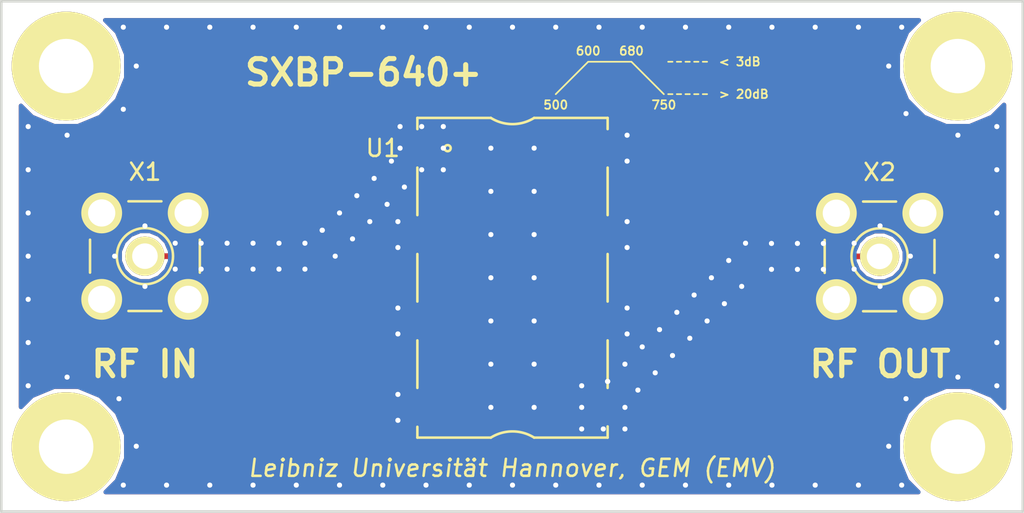
<source format=kicad_pcb>
(kicad_pcb (version 4) (host pcbnew 4.0.2+e4-6225~38~ubuntu15.10.1-stable)

  (general
    (links 172)
    (no_connects 0)
    (area 82.392143 88.485 180.225002 130.357002)
    (thickness 1.6)
    (drawings 27)
    (tracks 9)
    (zones 0)
    (modules 164)
    (nets 4)
  )

  (page A4)
  (layers
    (0 F.Cu signal)
    (31 B.Cu signal)
    (32 B.Adhes user)
    (33 F.Adhes user)
    (34 B.Paste user)
    (35 F.Paste user)
    (36 B.SilkS user)
    (37 F.SilkS user)
    (38 B.Mask user)
    (39 F.Mask user)
    (40 Dwgs.User user)
    (41 Cmts.User user)
    (42 Eco1.User user)
    (43 Eco2.User user)
    (44 Edge.Cuts user)
    (45 Margin user)
    (46 B.CrtYd user)
    (47 F.CrtYd user)
    (48 B.Fab user)
    (49 F.Fab user)
  )

  (setup
    (last_trace_width 0.15)
    (trace_clearance 0.1)
    (zone_clearance 0.2)
    (zone_45_only no)
    (trace_min 0.15)
    (segment_width 0.1)
    (edge_width 0.15)
    (via_size 0.4)
    (via_drill 0.3)
    (via_min_size 0.4)
    (via_min_drill 0.3)
    (uvia_size 0.3)
    (uvia_drill 0.1)
    (uvias_allowed no)
    (uvia_min_size 0.2)
    (uvia_min_drill 0.1)
    (pcb_text_width 0.3)
    (pcb_text_size 1.5 1.5)
    (mod_edge_width 0.15)
    (mod_text_size 1 1)
    (mod_text_width 0.15)
    (pad_size 3.2 3.2)
    (pad_drill 3.2)
    (pad_to_mask_clearance 0.127)
    (aux_axis_origin 120 105)
    (grid_origin 120 105)
    (visible_elements FFFFFF7F)
    (pcbplotparams
      (layerselection 0x010f0_80000001)
      (usegerberextensions false)
      (excludeedgelayer false)
      (linewidth 0.100000)
      (plotframeref false)
      (viasonmask false)
      (mode 1)
      (useauxorigin false)
      (hpglpennumber 1)
      (hpglpenspeed 20)
      (hpglpendiameter 15)
      (hpglpenoverlay 2)
      (psnegative false)
      (psa4output false)
      (plotreference true)
      (plotvalue false)
      (plotinvisibletext false)
      (padsonsilk false)
      (subtractmaskfromsilk false)
      (outputformat 1)
      (mirror false)
      (drillshape 0)
      (scaleselection 1)
      (outputdirectory ../../../Temp/))
  )

  (net 0 "")
  (net 1 "Net-(U1-Pad1)")
  (net 2 GNDA)
  (net 3 "Net-(U1-Pad8)")

  (net_class Default "This is the default net class."
    (clearance 0.1)
    (trace_width 0.15)
    (via_dia 0.4)
    (via_drill 0.3)
    (uvia_dia 0.3)
    (uvia_drill 0.1)
    (add_net GNDA)
  )

  (net_class 50Ohm ""
    (clearance 0.2)
    (trace_width 0.336)
    (via_dia 0.4)
    (via_drill 0.3)
    (uvia_dia 0.3)
    (uvia_drill 0.1)
    (add_net "Net-(U1-Pad1)")
    (add_net "Net-(U1-Pad8)")
  )

  (module JueVias:VIA-0.3 (layer F.Cu) (tedit 57515DE1) (tstamp 57518DC8)
    (at 135.24 105.762)
    (fp_text reference REF**21 (at 0 -1.27) (layer F.SilkS) hide
      (effects (font (size 1 1) (thickness 0.15)))
    )
    (fp_text value VIA-0.3 (at 0 1.397) (layer F.Fab) hide
      (effects (font (size 1 1) (thickness 0.15)))
    )
    (pad 1 thru_hole circle (at 0 0) (size 0.6 0.6) (drill 0.3) (layers *.Cu)
      (net 2 GNDA))
  )

  (module JueVias:VIA-0.3 (layer F.Cu) (tedit 57515DE1) (tstamp 57518DC4)
    (at 136.764 105.762)
    (fp_text reference REF**21 (at 0 -1.27) (layer F.SilkS) hide
      (effects (font (size 1 1) (thickness 0.15)))
    )
    (fp_text value VIA-0.3 (at 0 1.397) (layer F.Fab) hide
      (effects (font (size 1 1) (thickness 0.15)))
    )
    (pad 1 thru_hole circle (at 0 0) (size 0.6 0.6) (drill 0.3) (layers *.Cu)
      (net 2 GNDA))
  )

  (module JueVias:VIA-0.3 (layer F.Cu) (tedit 57515DE1) (tstamp 57518DC0)
    (at 138.288 105.762)
    (fp_text reference REF**21 (at 0 -1.27) (layer F.SilkS) hide
      (effects (font (size 1 1) (thickness 0.15)))
    )
    (fp_text value VIA-0.3 (at 0 1.397) (layer F.Fab) hide
      (effects (font (size 1 1) (thickness 0.15)))
    )
    (pad 1 thru_hole circle (at 0 0) (size 0.6 0.6) (drill 0.3) (layers *.Cu)
      (net 2 GNDA))
  )

  (module JueVias:VIA-0.3 (layer F.Cu) (tedit 57515DE1) (tstamp 57518DBA)
    (at 138.288 104.238)
    (fp_text reference REF**21 (at 0 -1.27) (layer F.SilkS) hide
      (effects (font (size 1 1) (thickness 0.15)))
    )
    (fp_text value VIA-0.3 (at 0 1.397) (layer F.Fab) hide
      (effects (font (size 1 1) (thickness 0.15)))
    )
    (pad 1 thru_hole circle (at 0 0) (size 0.6 0.6) (drill 0.3) (layers *.Cu)
      (net 2 GNDA))
  )

  (module JueVias:VIA-0.3 (layer F.Cu) (tedit 57515DE1) (tstamp 57518DB6)
    (at 136.764 104.238)
    (fp_text reference REF**21 (at 0 -1.27) (layer F.SilkS) hide
      (effects (font (size 1 1) (thickness 0.15)))
    )
    (fp_text value VIA-0.3 (at 0 1.397) (layer F.Fab) hide
      (effects (font (size 1 1) (thickness 0.15)))
    )
    (pad 1 thru_hole circle (at 0 0) (size 0.6 0.6) (drill 0.3) (layers *.Cu)
      (net 2 GNDA))
  )

  (module JueVias:VIA-0.3 (layer F.Cu) (tedit 57515DE1) (tstamp 57518DB0)
    (at 135.24 104.238)
    (fp_text reference REF**21 (at 0 -1.27) (layer F.SilkS) hide
      (effects (font (size 1 1) (thickness 0.15)))
    )
    (fp_text value VIA-0.3 (at 0 1.397) (layer F.Fab) hide
      (effects (font (size 1 1) (thickness 0.15)))
    )
    (pad 1 thru_hole circle (at 0 0) (size 0.6 0.6) (drill 0.3) (layers *.Cu)
      (net 2 GNDA))
  )

  (module Mounting_Holes:MountingHole_3.2mm_M3_Pad (layer F.Cu) (tedit 57517D54) (tstamp 57517E00)
    (at 93.81 93.81)
    (descr "Mounting Hole 3.2mm, M3")
    (tags "mounting hole 3.2mm m3")
    (fp_text reference REF** (at 0 -4.2) (layer F.SilkS) hide
      (effects (font (size 1 1) (thickness 0.15)))
    )
    (fp_text value MountingHole_3.2mm_M3_Pad (at 0 4.2) (layer F.Fab) hide
      (effects (font (size 1 1) (thickness 0.15)))
    )
    (fp_circle (center 0 0) (end 3.2 0) (layer Cmts.User) (width 0.15))
    (fp_circle (center 0 0) (end 3.45 0) (layer F.CrtYd) (width 0.05))
    (pad 1 thru_hole circle (at 0 0) (size 6.4 6.4) (drill 3.2) (layers *.Cu *.Mask F.SilkS))
  )

  (module Mounting_Holes:MountingHole_3.2mm_M3_Pad (layer F.Cu) (tedit 57517D54) (tstamp 57517DC8)
    (at 93.81 116.19)
    (descr "Mounting Hole 3.2mm, M3")
    (tags "mounting hole 3.2mm m3")
    (fp_text reference REF** (at 0 -4.2) (layer F.SilkS) hide
      (effects (font (size 1 1) (thickness 0.15)))
    )
    (fp_text value MountingHole_3.2mm_M3_Pad (at 0 4.2) (layer F.Fab) hide
      (effects (font (size 1 1) (thickness 0.15)))
    )
    (fp_circle (center 0 0) (end 3.2 0) (layer Cmts.User) (width 0.15))
    (fp_circle (center 0 0) (end 3.45 0) (layer F.CrtYd) (width 0.05))
    (pad 1 thru_hole circle (at 0 0) (size 6.4 6.4) (drill 3.2) (layers *.Cu *.Mask F.SilkS))
  )

  (module Mounting_Holes:MountingHole_3.2mm_M3_Pad (layer F.Cu) (tedit 57517D54) (tstamp 57517DB1)
    (at 146.19 116.19)
    (descr "Mounting Hole 3.2mm, M3")
    (tags "mounting hole 3.2mm m3")
    (fp_text reference REF** (at 0 -4.2) (layer F.SilkS) hide
      (effects (font (size 1 1) (thickness 0.15)))
    )
    (fp_text value MountingHole_3.2mm_M3_Pad (at 0 4.2) (layer F.Fab) hide
      (effects (font (size 1 1) (thickness 0.15)))
    )
    (fp_circle (center 0 0) (end 3.2 0) (layer Cmts.User) (width 0.15))
    (fp_circle (center 0 0) (end 3.45 0) (layer F.CrtYd) (width 0.05))
    (pad 1 thru_hole circle (at 0 0) (size 6.4 6.4) (drill 3.2) (layers *.Cu *.Mask F.SilkS))
  )

  (module Mounting_Holes:MountingHole_3.2mm_M3_Pad (layer F.Cu) (tedit 57517D54) (tstamp 57517D11)
    (at 146.19 93.81)
    (descr "Mounting Hole 3.2mm, M3")
    (tags "mounting hole 3.2mm m3")
    (fp_text reference REF** (at 0 -4.2) (layer F.SilkS) hide
      (effects (font (size 1 1) (thickness 0.15)))
    )
    (fp_text value MountingHole_3.2mm_M3_Pad (at 0 4.2) (layer F.Fab) hide
      (effects (font (size 1 1) (thickness 0.15)))
    )
    (fp_circle (center 0 0) (end 3.2 0) (layer Cmts.User) (width 0.15))
    (fp_circle (center 0 0) (end 3.45 0) (layer F.CrtYd) (width 0.05))
    (pad 1 thru_hole circle (at 0 0) (size 6.4 6.4) (drill 3.2) (layers *.Cu *.Mask F.SilkS))
  )

  (module JueVias:VIA-0.3 (layer F.Cu) (tedit 57515DE1) (tstamp 57516A69)
    (at 96.914 113.368)
    (fp_text reference REF**2117 (at 0 -1.27) (layer F.SilkS) hide
      (effects (font (size 1 1) (thickness 0.15)))
    )
    (fp_text value VIA-0.3 (at 0 1.397) (layer F.Fab) hide
      (effects (font (size 1 1) (thickness 0.15)))
    )
    (pad 1 thru_hole circle (at 0 0) (size 0.6 0.6) (drill 0.3) (layers *.Cu)
      (net 2 GNDA))
  )

  (module JueVias:VIA-0.3 (layer F.Cu) (tedit 57515DE1) (tstamp 57516A65)
    (at 97.93 116.162)
    (fp_text reference REF**2117 (at 0 -1.27) (layer F.SilkS) hide
      (effects (font (size 1 1) (thickness 0.15)))
    )
    (fp_text value VIA-0.3 (at 0 1.397) (layer F.Fab) hide
      (effects (font (size 1 1) (thickness 0.15)))
    )
    (pad 1 thru_hole circle (at 0 0) (size 0.6 0.6) (drill 0.3) (layers *.Cu)
      (net 2 GNDA))
  )

  (module JueVias:VIA-0.3 (layer F.Cu) (tedit 57515DE1) (tstamp 57516A61)
    (at 93.866 112.098)
    (fp_text reference REF**2117 (at 0 -1.27) (layer F.SilkS) hide
      (effects (font (size 1 1) (thickness 0.15)))
    )
    (fp_text value VIA-0.3 (at 0 1.397) (layer F.Fab) hide
      (effects (font (size 1 1) (thickness 0.15)))
    )
    (pad 1 thru_hole circle (at 0 0) (size 0.6 0.6) (drill 0.3) (layers *.Cu)
      (net 2 GNDA))
  )

  (module JueVias:VIA-0.3 (layer F.Cu) (tedit 57515DE1) (tstamp 57516A53)
    (at 97.168 96.35)
    (fp_text reference REF**2111 (at 0 -1.27) (layer F.SilkS) hide
      (effects (font (size 1 1) (thickness 0.15)))
    )
    (fp_text value VIA-0.3 (at 0 1.397) (layer F.Fab) hide
      (effects (font (size 1 1) (thickness 0.15)))
    )
    (pad 1 thru_hole circle (at 0 0) (size 0.6 0.6) (drill 0.3) (layers *.Cu)
      (net 2 GNDA))
  )

  (module JueVias:VIA-0.3 (layer F.Cu) (tedit 57515DE1) (tstamp 57516A4F)
    (at 93.866 97.874)
    (fp_text reference REF**2111 (at 0 -1.27) (layer F.SilkS) hide
      (effects (font (size 1 1) (thickness 0.15)))
    )
    (fp_text value VIA-0.3 (at 0 1.397) (layer F.Fab) hide
      (effects (font (size 1 1) (thickness 0.15)))
    )
    (pad 1 thru_hole circle (at 0 0) (size 0.6 0.6) (drill 0.3) (layers *.Cu)
      (net 2 GNDA))
  )

  (module JueVias:VIA-0.3 (layer F.Cu) (tedit 57515DE1) (tstamp 57516A4A)
    (at 97.93 93.81)
    (fp_text reference REF**2111 (at 0 -1.27) (layer F.SilkS) hide
      (effects (font (size 1 1) (thickness 0.15)))
    )
    (fp_text value VIA-0.3 (at 0 1.397) (layer F.Fab) hide
      (effects (font (size 1 1) (thickness 0.15)))
    )
    (pad 1 thru_hole circle (at 0 0) (size 0.6 0.6) (drill 0.3) (layers *.Cu)
      (net 2 GNDA))
  )

  (module JueVias:VIA-0.3 (layer F.Cu) (tedit 57515DE1) (tstamp 57516A35)
    (at 143.142 96.604)
    (fp_text reference REF**2111 (at 0 -1.27) (layer F.SilkS) hide
      (effects (font (size 1 1) (thickness 0.15)))
    )
    (fp_text value VIA-0.3 (at 0 1.397) (layer F.Fab) hide
      (effects (font (size 1 1) (thickness 0.15)))
    )
    (pad 1 thru_hole circle (at 0 0) (size 0.6 0.6) (drill 0.3) (layers *.Cu)
      (net 2 GNDA))
  )

  (module JueVias:VIA-0.3 (layer F.Cu) (tedit 57515DE1) (tstamp 57516A31)
    (at 142.126 93.81)
    (fp_text reference REF**2111 (at 0 -1.27) (layer F.SilkS) hide
      (effects (font (size 1 1) (thickness 0.15)))
    )
    (fp_text value VIA-0.3 (at 0 1.397) (layer F.Fab) hide
      (effects (font (size 1 1) (thickness 0.15)))
    )
    (pad 1 thru_hole circle (at 0 0) (size 0.6 0.6) (drill 0.3) (layers *.Cu)
      (net 2 GNDA))
  )

  (module JueVias:VIA-0.3 (layer F.Cu) (tedit 57515DE1) (tstamp 57516A2D)
    (at 146.19 97.874)
    (fp_text reference REF**2111 (at 0 -1.27) (layer F.SilkS) hide
      (effects (font (size 1 1) (thickness 0.15)))
    )
    (fp_text value VIA-0.3 (at 0 1.397) (layer F.Fab) hide
      (effects (font (size 1 1) (thickness 0.15)))
    )
    (pad 1 thru_hole circle (at 0 0) (size 0.6 0.6) (drill 0.3) (layers *.Cu)
      (net 2 GNDA))
  )

  (module JueVias:VIA-0.3 (layer F.Cu) (tedit 57515DE1) (tstamp 57516A23)
    (at 142.126 116.162)
    (fp_text reference REF**2117 (at 0 -1.27) (layer F.SilkS) hide
      (effects (font (size 1 1) (thickness 0.15)))
    )
    (fp_text value VIA-0.3 (at 0 1.397) (layer F.Fab) hide
      (effects (font (size 1 1) (thickness 0.15)))
    )
    (pad 1 thru_hole circle (at 0 0) (size 0.6 0.6) (drill 0.3) (layers *.Cu)
      (net 2 GNDA))
  )

  (module JueVias:VIA-0.3 (layer F.Cu) (tedit 57515DE1) (tstamp 57516A1C)
    (at 143.142 113.368)
    (fp_text reference REF**2117 (at 0 -1.27) (layer F.SilkS) hide
      (effects (font (size 1 1) (thickness 0.15)))
    )
    (fp_text value VIA-0.3 (at 0 1.397) (layer F.Fab) hide
      (effects (font (size 1 1) (thickness 0.15)))
    )
    (pad 1 thru_hole circle (at 0 0) (size 0.6 0.6) (drill 0.3) (layers *.Cu)
      (net 2 GNDA))
  )

  (module JueVias:VIA-0.3 (layer F.Cu) (tedit 57515DE1) (tstamp 57516A14)
    (at 146.19 112.098)
    (fp_text reference REF**2117 (at 0 -1.27) (layer F.SilkS) hide
      (effects (font (size 1 1) (thickness 0.15)))
    )
    (fp_text value VIA-0.3 (at 0 1.397) (layer F.Fab) hide
      (effects (font (size 1 1) (thickness 0.15)))
    )
    (pad 1 thru_hole circle (at 0 0) (size 0.6 0.6) (drill 0.3) (layers *.Cu)
      (net 2 GNDA))
  )

  (module JueVias:VIA-0.3 (layer F.Cu) (tedit 57515DE1) (tstamp 5751659E)
    (at 148.476 112.606)
    (fp_text reference REF**2117 (at 0 -1.27) (layer F.SilkS) hide
      (effects (font (size 1 1) (thickness 0.15)))
    )
    (fp_text value VIA-0.3 (at 0 1.397) (layer F.Fab) hide
      (effects (font (size 1 1) (thickness 0.15)))
    )
    (pad 1 thru_hole circle (at 0 0) (size 0.6 0.6) (drill 0.3) (layers *.Cu)
      (net 2 GNDA))
  )

  (module JueVias:VIA-0.3 (layer F.Cu) (tedit 57515DE1) (tstamp 5751659A)
    (at 148.476 110.066)
    (fp_text reference REF**2116 (at 0 -1.27) (layer F.SilkS) hide
      (effects (font (size 1 1) (thickness 0.15)))
    )
    (fp_text value VIA-0.3 (at 0 1.397) (layer F.Fab) hide
      (effects (font (size 1 1) (thickness 0.15)))
    )
    (pad 1 thru_hole circle (at 0 0) (size 0.6 0.6) (drill 0.3) (layers *.Cu)
      (net 2 GNDA))
  )

  (module JueVias:VIA-0.3 (layer F.Cu) (tedit 57515DE1) (tstamp 57516596)
    (at 148.476 99.906)
    (fp_text reference REF**2112 (at 0 -1.27) (layer F.SilkS) hide
      (effects (font (size 1 1) (thickness 0.15)))
    )
    (fp_text value VIA-0.3 (at 0 1.397) (layer F.Fab) hide
      (effects (font (size 1 1) (thickness 0.15)))
    )
    (pad 1 thru_hole circle (at 0 0) (size 0.6 0.6) (drill 0.3) (layers *.Cu)
      (net 2 GNDA))
  )

  (module JueVias:VIA-0.3 (layer F.Cu) (tedit 57515DE1) (tstamp 57516592)
    (at 148.476 102.446)
    (fp_text reference REF**2113 (at 0 -1.27) (layer F.SilkS) hide
      (effects (font (size 1 1) (thickness 0.15)))
    )
    (fp_text value VIA-0.3 (at 0 1.397) (layer F.Fab) hide
      (effects (font (size 1 1) (thickness 0.15)))
    )
    (pad 1 thru_hole circle (at 0 0) (size 0.6 0.6) (drill 0.3) (layers *.Cu)
      (net 2 GNDA))
  )

  (module JueVias:VIA-0.3 (layer F.Cu) (tedit 57515DE1) (tstamp 5751658E)
    (at 148.476 97.366)
    (fp_text reference REF**2111 (at 0 -1.27) (layer F.SilkS) hide
      (effects (font (size 1 1) (thickness 0.15)))
    )
    (fp_text value VIA-0.3 (at 0 1.397) (layer F.Fab) hide
      (effects (font (size 1 1) (thickness 0.15)))
    )
    (pad 1 thru_hole circle (at 0 0) (size 0.6 0.6) (drill 0.3) (layers *.Cu)
      (net 2 GNDA))
  )

  (module JueVias:VIA-0.3 (layer F.Cu) (tedit 57515DE1) (tstamp 5751658A)
    (at 148.476 107.526)
    (fp_text reference REF**2115 (at 0 -1.27) (layer F.SilkS) hide
      (effects (font (size 1 1) (thickness 0.15)))
    )
    (fp_text value VIA-0.3 (at 0 1.397) (layer F.Fab) hide
      (effects (font (size 1 1) (thickness 0.15)))
    )
    (pad 1 thru_hole circle (at 0 0) (size 0.6 0.6) (drill 0.3) (layers *.Cu)
      (net 2 GNDA))
  )

  (module JueVias:VIA-0.3 (layer F.Cu) (tedit 57515DE1) (tstamp 57516586)
    (at 148.476 104.986)
    (fp_text reference REF**2114 (at 0 -1.27) (layer F.SilkS) hide
      (effects (font (size 1 1) (thickness 0.15)))
    )
    (fp_text value VIA-0.3 (at 0 1.397) (layer F.Fab) hide
      (effects (font (size 1 1) (thickness 0.15)))
    )
    (pad 1 thru_hole circle (at 0 0) (size 0.6 0.6) (drill 0.3) (layers *.Cu)
      (net 2 GNDA))
  )

  (module JueVias:VIA-0.3 (layer F.Cu) (tedit 57515DE1) (tstamp 57516574)
    (at 91.58 112.606)
    (fp_text reference REF**2117 (at 0 -1.27) (layer F.SilkS) hide
      (effects (font (size 1 1) (thickness 0.15)))
    )
    (fp_text value VIA-0.3 (at 0 1.397) (layer F.Fab) hide
      (effects (font (size 1 1) (thickness 0.15)))
    )
    (pad 1 thru_hole circle (at 0 0) (size 0.6 0.6) (drill 0.3) (layers *.Cu)
      (net 2 GNDA))
  )

  (module JueVias:VIA-0.3 (layer F.Cu) (tedit 57515DE1) (tstamp 57516570)
    (at 91.58 110.066)
    (fp_text reference REF**2116 (at 0 -1.27) (layer F.SilkS) hide
      (effects (font (size 1 1) (thickness 0.15)))
    )
    (fp_text value VIA-0.3 (at 0 1.397) (layer F.Fab) hide
      (effects (font (size 1 1) (thickness 0.15)))
    )
    (pad 1 thru_hole circle (at 0 0) (size 0.6 0.6) (drill 0.3) (layers *.Cu)
      (net 2 GNDA))
  )

  (module JueVias:VIA-0.3 (layer F.Cu) (tedit 57515DE1) (tstamp 5751656C)
    (at 91.58 107.526)
    (fp_text reference REF**2115 (at 0 -1.27) (layer F.SilkS) hide
      (effects (font (size 1 1) (thickness 0.15)))
    )
    (fp_text value VIA-0.3 (at 0 1.397) (layer F.Fab) hide
      (effects (font (size 1 1) (thickness 0.15)))
    )
    (pad 1 thru_hole circle (at 0 0) (size 0.6 0.6) (drill 0.3) (layers *.Cu)
      (net 2 GNDA))
  )

  (module JueVias:VIA-0.3 (layer F.Cu) (tedit 57515DE1) (tstamp 57516568)
    (at 91.58 104.986)
    (fp_text reference REF**2114 (at 0 -1.27) (layer F.SilkS) hide
      (effects (font (size 1 1) (thickness 0.15)))
    )
    (fp_text value VIA-0.3 (at 0 1.397) (layer F.Fab) hide
      (effects (font (size 1 1) (thickness 0.15)))
    )
    (pad 1 thru_hole circle (at 0 0) (size 0.6 0.6) (drill 0.3) (layers *.Cu)
      (net 2 GNDA))
  )

  (module JueVias:VIA-0.3 (layer F.Cu) (tedit 57515DE1) (tstamp 57516564)
    (at 91.58 102.446)
    (fp_text reference REF**2113 (at 0 -1.27) (layer F.SilkS) hide
      (effects (font (size 1 1) (thickness 0.15)))
    )
    (fp_text value VIA-0.3 (at 0 1.397) (layer F.Fab) hide
      (effects (font (size 1 1) (thickness 0.15)))
    )
    (pad 1 thru_hole circle (at 0 0) (size 0.6 0.6) (drill 0.3) (layers *.Cu)
      (net 2 GNDA))
  )

  (module JueVias:VIA-0.3 (layer F.Cu) (tedit 57515DE1) (tstamp 57516560)
    (at 91.58 99.906)
    (fp_text reference REF**2112 (at 0 -1.27) (layer F.SilkS) hide
      (effects (font (size 1 1) (thickness 0.15)))
    )
    (fp_text value VIA-0.3 (at 0 1.397) (layer F.Fab) hide
      (effects (font (size 1 1) (thickness 0.15)))
    )
    (pad 1 thru_hole circle (at 0 0) (size 0.6 0.6) (drill 0.3) (layers *.Cu)
      (net 2 GNDA))
  )

  (module JueVias:VIA-0.3 (layer F.Cu) (tedit 57515DE1) (tstamp 57516558)
    (at 91.58 97.366)
    (fp_text reference REF**2111 (at 0 -1.27) (layer F.SilkS) hide
      (effects (font (size 1 1) (thickness 0.15)))
    )
    (fp_text value VIA-0.3 (at 0 1.397) (layer F.Fab) hide
      (effects (font (size 1 1) (thickness 0.15)))
    )
    (pad 1 thru_hole circle (at 0 0) (size 0.6 0.6) (drill 0.3) (layers *.Cu)
      (net 2 GNDA))
  )

  (module JueVias:VIA-0.3 (layer F.Cu) (tedit 57515DE1) (tstamp 57516504)
    (at 112.408 118.448)
    (fp_text reference REF**2711 (at 0 -1.27) (layer F.SilkS) hide
      (effects (font (size 1 1) (thickness 0.15)))
    )
    (fp_text value VIA-0.3 (at 0 1.397) (layer F.Fab) hide
      (effects (font (size 1 1) (thickness 0.15)))
    )
    (pad 1 thru_hole circle (at 0 0) (size 0.6 0.6) (drill 0.3) (layers *.Cu)
      (net 2 GNDA))
  )

  (module JueVias:VIA-0.3 (layer F.Cu) (tedit 57515DE1) (tstamp 57516500)
    (at 117.488 118.448)
    (fp_text reference REF**2731 (at 0 -1.27) (layer F.SilkS) hide
      (effects (font (size 1 1) (thickness 0.15)))
    )
    (fp_text value VIA-0.3 (at 0 1.397) (layer F.Fab) hide
      (effects (font (size 1 1) (thickness 0.15)))
    )
    (pad 1 thru_hole circle (at 0 0) (size 0.6 0.6) (drill 0.3) (layers *.Cu)
      (net 2 GNDA))
  )

  (module JueVias:VIA-0.3 (layer F.Cu) (tedit 57515DE1) (tstamp 575164FC)
    (at 114.948 118.448)
    (fp_text reference REF**2721 (at 0 -1.27) (layer F.SilkS) hide
      (effects (font (size 1 1) (thickness 0.15)))
    )
    (fp_text value VIA-0.3 (at 0 1.397) (layer F.Fab) hide
      (effects (font (size 1 1) (thickness 0.15)))
    )
    (pad 1 thru_hole circle (at 0 0) (size 0.6 0.6) (drill 0.3) (layers *.Cu)
      (net 2 GNDA))
  )

  (module JueVias:VIA-0.3 (layer F.Cu) (tedit 57515DE1) (tstamp 575164F8)
    (at 120.028 118.448)
    (fp_text reference REF**2741 (at 0 -1.27) (layer F.SilkS) hide
      (effects (font (size 1 1) (thickness 0.15)))
    )
    (fp_text value VIA-0.3 (at 0 1.397) (layer F.Fab) hide
      (effects (font (size 1 1) (thickness 0.15)))
    )
    (pad 1 thru_hole circle (at 0 0) (size 0.6 0.6) (drill 0.3) (layers *.Cu)
      (net 2 GNDA))
  )

  (module JueVias:VIA-0.3 (layer F.Cu) (tedit 57515DE1) (tstamp 575164F4)
    (at 107.328 118.448)
    (fp_text reference REF**251 (at 0 -1.27) (layer F.SilkS) hide
      (effects (font (size 1 1) (thickness 0.15)))
    )
    (fp_text value VIA-0.3 (at 0 1.397) (layer F.Fab) hide
      (effects (font (size 1 1) (thickness 0.15)))
    )
    (pad 1 thru_hole circle (at 0 0) (size 0.6 0.6) (drill 0.3) (layers *.Cu)
      (net 2 GNDA))
  )

  (module JueVias:VIA-0.3 (layer F.Cu) (tedit 57515DE1) (tstamp 575164F0)
    (at 104.788 118.448)
    (fp_text reference REF**241 (at 0 -1.27) (layer F.SilkS) hide
      (effects (font (size 1 1) (thickness 0.15)))
    )
    (fp_text value VIA-0.3 (at 0 1.397) (layer F.Fab) hide
      (effects (font (size 1 1) (thickness 0.15)))
    )
    (pad 1 thru_hole circle (at 0 0) (size 0.6 0.6) (drill 0.3) (layers *.Cu)
      (net 2 GNDA))
  )

  (module JueVias:VIA-0.3 (layer F.Cu) (tedit 57515DE1) (tstamp 575164EC)
    (at 109.868 118.448)
    (fp_text reference REF**261 (at 0 -1.27) (layer F.SilkS) hide
      (effects (font (size 1 1) (thickness 0.15)))
    )
    (fp_text value VIA-0.3 (at 0 1.397) (layer F.Fab) hide
      (effects (font (size 1 1) (thickness 0.15)))
    )
    (pad 1 thru_hole circle (at 0 0) (size 0.6 0.6) (drill 0.3) (layers *.Cu)
      (net 2 GNDA))
  )

  (module JueVias:VIA-0.3 (layer F.Cu) (tedit 57515DE1) (tstamp 575164E8)
    (at 122.568 118.448)
    (fp_text reference REF**2751 (at 0 -1.27) (layer F.SilkS) hide
      (effects (font (size 1 1) (thickness 0.15)))
    )
    (fp_text value VIA-0.3 (at 0 1.397) (layer F.Fab) hide
      (effects (font (size 1 1) (thickness 0.15)))
    )
    (pad 1 thru_hole circle (at 0 0) (size 0.6 0.6) (drill 0.3) (layers *.Cu)
      (net 2 GNDA))
  )

  (module JueVias:VIA-0.3 (layer F.Cu) (tedit 57515DE1) (tstamp 575164E4)
    (at 97.168 118.448)
    (fp_text reference REF**211 (at 0 -1.27) (layer F.SilkS) hide
      (effects (font (size 1 1) (thickness 0.15)))
    )
    (fp_text value VIA-0.3 (at 0 1.397) (layer F.Fab) hide
      (effects (font (size 1 1) (thickness 0.15)))
    )
    (pad 1 thru_hole circle (at 0 0) (size 0.6 0.6) (drill 0.3) (layers *.Cu)
      (net 2 GNDA))
  )

  (module JueVias:VIA-0.3 (layer F.Cu) (tedit 57515DE1) (tstamp 575164E0)
    (at 102.248 118.448)
    (fp_text reference REF**231 (at 0 -1.27) (layer F.SilkS) hide
      (effects (font (size 1 1) (thickness 0.15)))
    )
    (fp_text value VIA-0.3 (at 0 1.397) (layer F.Fab) hide
      (effects (font (size 1 1) (thickness 0.15)))
    )
    (pad 1 thru_hole circle (at 0 0) (size 0.6 0.6) (drill 0.3) (layers *.Cu)
      (net 2 GNDA))
  )

  (module JueVias:VIA-0.3 (layer F.Cu) (tedit 57515DE1) (tstamp 575164DC)
    (at 99.708 118.448)
    (fp_text reference REF**221 (at 0 -1.27) (layer F.SilkS) hide
      (effects (font (size 1 1) (thickness 0.15)))
    )
    (fp_text value VIA-0.3 (at 0 1.397) (layer F.Fab) hide
      (effects (font (size 1 1) (thickness 0.15)))
    )
    (pad 1 thru_hole circle (at 0 0) (size 0.6 0.6) (drill 0.3) (layers *.Cu)
      (net 2 GNDA))
  )

  (module JueVias:VIA-0.3 (layer F.Cu) (tedit 57515DE1) (tstamp 575164D8)
    (at 127.648 118.448)
    (fp_text reference REF**27711 (at 0 -1.27) (layer F.SilkS) hide
      (effects (font (size 1 1) (thickness 0.15)))
    )
    (fp_text value VIA-0.3 (at 0 1.397) (layer F.Fab) hide
      (effects (font (size 1 1) (thickness 0.15)))
    )
    (pad 1 thru_hole circle (at 0 0) (size 0.6 0.6) (drill 0.3) (layers *.Cu)
      (net 2 GNDA))
  )

  (module JueVias:VIA-0.3 (layer F.Cu) (tedit 57515DE1) (tstamp 575164D4)
    (at 130.188 118.448)
    (fp_text reference REF**27721 (at 0 -1.27) (layer F.SilkS) hide
      (effects (font (size 1 1) (thickness 0.15)))
    )
    (fp_text value VIA-0.3 (at 0 1.397) (layer F.Fab) hide
      (effects (font (size 1 1) (thickness 0.15)))
    )
    (pad 1 thru_hole circle (at 0 0) (size 0.6 0.6) (drill 0.3) (layers *.Cu)
      (net 2 GNDA))
  )

  (module JueVias:VIA-0.3 (layer F.Cu) (tedit 57515DE1) (tstamp 575164D0)
    (at 132.728 118.448)
    (fp_text reference REF**27731 (at 0 -1.27) (layer F.SilkS) hide
      (effects (font (size 1 1) (thickness 0.15)))
    )
    (fp_text value VIA-0.3 (at 0 1.397) (layer F.Fab) hide
      (effects (font (size 1 1) (thickness 0.15)))
    )
    (pad 1 thru_hole circle (at 0 0) (size 0.6 0.6) (drill 0.3) (layers *.Cu)
      (net 2 GNDA))
  )

  (module JueVias:VIA-0.3 (layer F.Cu) (tedit 57515DE1) (tstamp 575164CC)
    (at 135.268 118.448)
    (fp_text reference REF**27741 (at 0 -1.27) (layer F.SilkS) hide
      (effects (font (size 1 1) (thickness 0.15)))
    )
    (fp_text value VIA-0.3 (at 0 1.397) (layer F.Fab) hide
      (effects (font (size 1 1) (thickness 0.15)))
    )
    (pad 1 thru_hole circle (at 0 0) (size 0.6 0.6) (drill 0.3) (layers *.Cu)
      (net 2 GNDA))
  )

  (module JueVias:VIA-0.3 (layer F.Cu) (tedit 57515DE1) (tstamp 575164C8)
    (at 125.108 118.448)
    (fp_text reference REF**2761 (at 0 -1.27) (layer F.SilkS) hide
      (effects (font (size 1 1) (thickness 0.15)))
    )
    (fp_text value VIA-0.3 (at 0 1.397) (layer F.Fab) hide
      (effects (font (size 1 1) (thickness 0.15)))
    )
    (pad 1 thru_hole circle (at 0 0) (size 0.6 0.6) (drill 0.3) (layers *.Cu)
      (net 2 GNDA))
  )

  (module JueVias:VIA-0.3 (layer F.Cu) (tedit 57515DE1) (tstamp 575164C4)
    (at 142.888 118.448)
    (fp_text reference REF**27771 (at 0 -1.27) (layer F.SilkS) hide
      (effects (font (size 1 1) (thickness 0.15)))
    )
    (fp_text value VIA-0.3 (at 0 1.397) (layer F.Fab) hide
      (effects (font (size 1 1) (thickness 0.15)))
    )
    (pad 1 thru_hole circle (at 0 0) (size 0.6 0.6) (drill 0.3) (layers *.Cu)
      (net 2 GNDA))
  )

  (module JueVias:VIA-0.3 (layer F.Cu) (tedit 57515DE1) (tstamp 575164C0)
    (at 137.808 118.448)
    (fp_text reference REF**27751 (at 0 -1.27) (layer F.SilkS) hide
      (effects (font (size 1 1) (thickness 0.15)))
    )
    (fp_text value VIA-0.3 (at 0 1.397) (layer F.Fab) hide
      (effects (font (size 1 1) (thickness 0.15)))
    )
    (pad 1 thru_hole circle (at 0 0) (size 0.6 0.6) (drill 0.3) (layers *.Cu)
      (net 2 GNDA))
  )

  (module JueVias:VIA-0.3 (layer F.Cu) (tedit 57515DE1) (tstamp 575164BC)
    (at 140.348 118.448)
    (fp_text reference REF**27761 (at 0 -1.27) (layer F.SilkS) hide
      (effects (font (size 1 1) (thickness 0.15)))
    )
    (fp_text value VIA-0.3 (at 0 1.397) (layer F.Fab) hide
      (effects (font (size 1 1) (thickness 0.15)))
    )
    (pad 1 thru_hole circle (at 0 0) (size 0.6 0.6) (drill 0.3) (layers *.Cu)
      (net 2 GNDA))
  )

  (module JueVias:VIA-0.3 (layer F.Cu) (tedit 57515DE1) (tstamp 575164B7)
    (at 142.888 91.524)
    (fp_text reference REF**27771 (at 0 -1.27) (layer F.SilkS) hide
      (effects (font (size 1 1) (thickness 0.15)))
    )
    (fp_text value VIA-0.3 (at 0 1.397) (layer F.Fab) hide
      (effects (font (size 1 1) (thickness 0.15)))
    )
    (pad 1 thru_hole circle (at 0 0) (size 0.6 0.6) (drill 0.3) (layers *.Cu)
      (net 2 GNDA))
  )

  (module JueVias:VIA-0.3 (layer F.Cu) (tedit 57515DE1) (tstamp 575164B3)
    (at 140.348 91.524)
    (fp_text reference REF**27761 (at 0 -1.27) (layer F.SilkS) hide
      (effects (font (size 1 1) (thickness 0.15)))
    )
    (fp_text value VIA-0.3 (at 0 1.397) (layer F.Fab) hide
      (effects (font (size 1 1) (thickness 0.15)))
    )
    (pad 1 thru_hole circle (at 0 0) (size 0.6 0.6) (drill 0.3) (layers *.Cu)
      (net 2 GNDA))
  )

  (module JueVias:VIA-0.3 (layer F.Cu) (tedit 57515DE1) (tstamp 575164AF)
    (at 137.808 91.524)
    (fp_text reference REF**27751 (at 0 -1.27) (layer F.SilkS) hide
      (effects (font (size 1 1) (thickness 0.15)))
    )
    (fp_text value VIA-0.3 (at 0 1.397) (layer F.Fab) hide
      (effects (font (size 1 1) (thickness 0.15)))
    )
    (pad 1 thru_hole circle (at 0 0) (size 0.6 0.6) (drill 0.3) (layers *.Cu)
      (net 2 GNDA))
  )

  (module JueVias:VIA-0.3 (layer F.Cu) (tedit 57515DE1) (tstamp 575164AB)
    (at 135.268 91.524)
    (fp_text reference REF**27741 (at 0 -1.27) (layer F.SilkS) hide
      (effects (font (size 1 1) (thickness 0.15)))
    )
    (fp_text value VIA-0.3 (at 0 1.397) (layer F.Fab) hide
      (effects (font (size 1 1) (thickness 0.15)))
    )
    (pad 1 thru_hole circle (at 0 0) (size 0.6 0.6) (drill 0.3) (layers *.Cu)
      (net 2 GNDA))
  )

  (module JueVias:VIA-0.3 (layer F.Cu) (tedit 57515DE1) (tstamp 575164A7)
    (at 132.728 91.524)
    (fp_text reference REF**27731 (at 0 -1.27) (layer F.SilkS) hide
      (effects (font (size 1 1) (thickness 0.15)))
    )
    (fp_text value VIA-0.3 (at 0 1.397) (layer F.Fab) hide
      (effects (font (size 1 1) (thickness 0.15)))
    )
    (pad 1 thru_hole circle (at 0 0) (size 0.6 0.6) (drill 0.3) (layers *.Cu)
      (net 2 GNDA))
  )

  (module JueVias:VIA-0.3 (layer F.Cu) (tedit 57515DE1) (tstamp 575164A3)
    (at 130.188 91.524)
    (fp_text reference REF**27721 (at 0 -1.27) (layer F.SilkS) hide
      (effects (font (size 1 1) (thickness 0.15)))
    )
    (fp_text value VIA-0.3 (at 0 1.397) (layer F.Fab) hide
      (effects (font (size 1 1) (thickness 0.15)))
    )
    (pad 1 thru_hole circle (at 0 0) (size 0.6 0.6) (drill 0.3) (layers *.Cu)
      (net 2 GNDA))
  )

  (module JueVias:VIA-0.3 (layer F.Cu) (tedit 57515DE1) (tstamp 5751649A)
    (at 127.648 91.524)
    (fp_text reference REF**27711 (at 0 -1.27) (layer F.SilkS) hide
      (effects (font (size 1 1) (thickness 0.15)))
    )
    (fp_text value VIA-0.3 (at 0 1.397) (layer F.Fab) hide
      (effects (font (size 1 1) (thickness 0.15)))
    )
    (pad 1 thru_hole circle (at 0 0) (size 0.6 0.6) (drill 0.3) (layers *.Cu)
      (net 2 GNDA))
  )

  (module JueVias:VIA-0.3 (layer F.Cu) (tedit 57515DE1) (tstamp 57516496)
    (at 125.108 91.524)
    (fp_text reference REF**2761 (at 0 -1.27) (layer F.SilkS) hide
      (effects (font (size 1 1) (thickness 0.15)))
    )
    (fp_text value VIA-0.3 (at 0 1.397) (layer F.Fab) hide
      (effects (font (size 1 1) (thickness 0.15)))
    )
    (pad 1 thru_hole circle (at 0 0) (size 0.6 0.6) (drill 0.3) (layers *.Cu)
      (net 2 GNDA))
  )

  (module JueVias:VIA-0.3 (layer F.Cu) (tedit 57515DE1) (tstamp 57516492)
    (at 122.568 91.524)
    (fp_text reference REF**2751 (at 0 -1.27) (layer F.SilkS) hide
      (effects (font (size 1 1) (thickness 0.15)))
    )
    (fp_text value VIA-0.3 (at 0 1.397) (layer F.Fab) hide
      (effects (font (size 1 1) (thickness 0.15)))
    )
    (pad 1 thru_hole circle (at 0 0) (size 0.6 0.6) (drill 0.3) (layers *.Cu)
      (net 2 GNDA))
  )

  (module JueVias:VIA-0.3 (layer F.Cu) (tedit 57515DE1) (tstamp 5751648E)
    (at 120.028 91.524)
    (fp_text reference REF**2741 (at 0 -1.27) (layer F.SilkS) hide
      (effects (font (size 1 1) (thickness 0.15)))
    )
    (fp_text value VIA-0.3 (at 0 1.397) (layer F.Fab) hide
      (effects (font (size 1 1) (thickness 0.15)))
    )
    (pad 1 thru_hole circle (at 0 0) (size 0.6 0.6) (drill 0.3) (layers *.Cu)
      (net 2 GNDA))
  )

  (module JueVias:VIA-0.3 (layer F.Cu) (tedit 57515DE1) (tstamp 5751648A)
    (at 117.488 91.524)
    (fp_text reference REF**2731 (at 0 -1.27) (layer F.SilkS) hide
      (effects (font (size 1 1) (thickness 0.15)))
    )
    (fp_text value VIA-0.3 (at 0 1.397) (layer F.Fab) hide
      (effects (font (size 1 1) (thickness 0.15)))
    )
    (pad 1 thru_hole circle (at 0 0) (size 0.6 0.6) (drill 0.3) (layers *.Cu)
      (net 2 GNDA))
  )

  (module JueVias:VIA-0.3 (layer F.Cu) (tedit 57515DE1) (tstamp 57516486)
    (at 114.948 91.524)
    (fp_text reference REF**2721 (at 0 -1.27) (layer F.SilkS) hide
      (effects (font (size 1 1) (thickness 0.15)))
    )
    (fp_text value VIA-0.3 (at 0 1.397) (layer F.Fab) hide
      (effects (font (size 1 1) (thickness 0.15)))
    )
    (pad 1 thru_hole circle (at 0 0) (size 0.6 0.6) (drill 0.3) (layers *.Cu)
      (net 2 GNDA))
  )

  (module JueVias:VIA-0.3 (layer F.Cu) (tedit 57515DE1) (tstamp 5751647D)
    (at 112.408 91.524)
    (fp_text reference REF**2711 (at 0 -1.27) (layer F.SilkS) hide
      (effects (font (size 1 1) (thickness 0.15)))
    )
    (fp_text value VIA-0.3 (at 0 1.397) (layer F.Fab) hide
      (effects (font (size 1 1) (thickness 0.15)))
    )
    (pad 1 thru_hole circle (at 0 0) (size 0.6 0.6) (drill 0.3) (layers *.Cu)
      (net 2 GNDA))
  )

  (module JueVias:VIA-0.3 (layer F.Cu) (tedit 57515DE1) (tstamp 57516479)
    (at 109.868 91.524)
    (fp_text reference REF**261 (at 0 -1.27) (layer F.SilkS) hide
      (effects (font (size 1 1) (thickness 0.15)))
    )
    (fp_text value VIA-0.3 (at 0 1.397) (layer F.Fab) hide
      (effects (font (size 1 1) (thickness 0.15)))
    )
    (pad 1 thru_hole circle (at 0 0) (size 0.6 0.6) (drill 0.3) (layers *.Cu)
      (net 2 GNDA))
  )

  (module JueVias:VIA-0.3 (layer F.Cu) (tedit 57515DE1) (tstamp 57516475)
    (at 107.328 91.524)
    (fp_text reference REF**251 (at 0 -1.27) (layer F.SilkS) hide
      (effects (font (size 1 1) (thickness 0.15)))
    )
    (fp_text value VIA-0.3 (at 0 1.397) (layer F.Fab) hide
      (effects (font (size 1 1) (thickness 0.15)))
    )
    (pad 1 thru_hole circle (at 0 0) (size 0.6 0.6) (drill 0.3) (layers *.Cu)
      (net 2 GNDA))
  )

  (module JueVias:VIA-0.3 (layer F.Cu) (tedit 57515DE1) (tstamp 57516471)
    (at 104.788 91.524)
    (fp_text reference REF**241 (at 0 -1.27) (layer F.SilkS) hide
      (effects (font (size 1 1) (thickness 0.15)))
    )
    (fp_text value VIA-0.3 (at 0 1.397) (layer F.Fab) hide
      (effects (font (size 1 1) (thickness 0.15)))
    )
    (pad 1 thru_hole circle (at 0 0) (size 0.6 0.6) (drill 0.3) (layers *.Cu)
      (net 2 GNDA))
  )

  (module JueVias:VIA-0.3 (layer F.Cu) (tedit 57515DE1) (tstamp 5751646D)
    (at 102.248 91.524)
    (fp_text reference REF**231 (at 0 -1.27) (layer F.SilkS) hide
      (effects (font (size 1 1) (thickness 0.15)))
    )
    (fp_text value VIA-0.3 (at 0 1.397) (layer F.Fab) hide
      (effects (font (size 1 1) (thickness 0.15)))
    )
    (pad 1 thru_hole circle (at 0 0) (size 0.6 0.6) (drill 0.3) (layers *.Cu)
      (net 2 GNDA))
  )

  (module JueVias:VIA-0.3 (layer F.Cu) (tedit 57515DE1) (tstamp 57516469)
    (at 99.708 91.524)
    (fp_text reference REF**221 (at 0 -1.27) (layer F.SilkS) hide
      (effects (font (size 1 1) (thickness 0.15)))
    )
    (fp_text value VIA-0.3 (at 0 1.397) (layer F.Fab) hide
      (effects (font (size 1 1) (thickness 0.15)))
    )
    (pad 1 thru_hole circle (at 0 0) (size 0.6 0.6) (drill 0.3) (layers *.Cu)
      (net 2 GNDA))
  )

  (module JueVias:VIA-0.3 (layer F.Cu) (tedit 57515DE1) (tstamp 5751644A)
    (at 97.168 91.524)
    (fp_text reference REF**211 (at 0 -1.27) (layer F.SilkS) hide
      (effects (font (size 1 1) (thickness 0.15)))
    )
    (fp_text value VIA-0.3 (at 0 1.397) (layer F.Fab) hide
      (effects (font (size 1 1) (thickness 0.15)))
    )
    (pad 1 thru_hole circle (at 0 0) (size 0.6 0.6) (drill 0.3) (layers *.Cu)
      (net 2 GNDA))
  )

  (module JueVias:VIA-0.3 (layer F.Cu) (tedit 57515DE1) (tstamp 57516419)
    (at 133.49 106.764)
    (fp_text reference REF**21 (at 0 -1.27) (layer F.SilkS) hide
      (effects (font (size 1 1) (thickness 0.15)))
    )
    (fp_text value VIA-0.3 (at 0 1.397) (layer F.Fab) hide
      (effects (font (size 1 1) (thickness 0.15)))
    )
    (pad 1 thru_hole circle (at 0 0) (size 0.6 0.6) (drill 0.3) (layers *.Cu)
      (net 2 GNDA))
  )

  (module JueVias:VIA-0.3 (layer F.Cu) (tedit 57515DE1) (tstamp 57516415)
    (at 132.474 107.78)
    (fp_text reference REF**21 (at 0 -1.27) (layer F.SilkS) hide
      (effects (font (size 1 1) (thickness 0.15)))
    )
    (fp_text value VIA-0.3 (at 0 1.397) (layer F.Fab) hide
      (effects (font (size 1 1) (thickness 0.15)))
    )
    (pad 1 thru_hole circle (at 0 0) (size 0.6 0.6) (drill 0.3) (layers *.Cu)
      (net 2 GNDA))
  )

  (module JueVias:VIA-0.3 (layer F.Cu) (tedit 57515DE1) (tstamp 57516411)
    (at 131.458 108.796)
    (fp_text reference REF**21 (at 0 -1.27) (layer F.SilkS) hide
      (effects (font (size 1 1) (thickness 0.15)))
    )
    (fp_text value VIA-0.3 (at 0 1.397) (layer F.Fab) hide
      (effects (font (size 1 1) (thickness 0.15)))
    )
    (pad 1 thru_hole circle (at 0 0) (size 0.6 0.6) (drill 0.3) (layers *.Cu)
      (net 2 GNDA))
  )

  (module JueVias:VIA-0.3 (layer F.Cu) (tedit 57515DE1) (tstamp 5751640D)
    (at 130.442 109.812)
    (fp_text reference REF**21 (at 0 -1.27) (layer F.SilkS) hide
      (effects (font (size 1 1) (thickness 0.15)))
    )
    (fp_text value VIA-0.3 (at 0 1.397) (layer F.Fab) hide
      (effects (font (size 1 1) (thickness 0.15)))
    )
    (pad 1 thru_hole circle (at 0 0) (size 0.6 0.6) (drill 0.3) (layers *.Cu)
      (net 2 GNDA))
  )

  (module JueVias:VIA-0.3 (layer F.Cu) (tedit 57515DE1) (tstamp 57516409)
    (at 129.426 110.828)
    (fp_text reference REF**21 (at 0 -1.27) (layer F.SilkS) hide
      (effects (font (size 1 1) (thickness 0.15)))
    )
    (fp_text value VIA-0.3 (at 0 1.397) (layer F.Fab) hide
      (effects (font (size 1 1) (thickness 0.15)))
    )
    (pad 1 thru_hole circle (at 0 0) (size 0.6 0.6) (drill 0.3) (layers *.Cu)
      (net 2 GNDA))
  )

  (module JueVias:VIA-0.3 (layer F.Cu) (tedit 57515DE1) (tstamp 57516405)
    (at 128.41 111.844)
    (fp_text reference REF**21 (at 0 -1.27) (layer F.SilkS) hide
      (effects (font (size 1 1) (thickness 0.15)))
    )
    (fp_text value VIA-0.3 (at 0 1.397) (layer F.Fab) hide
      (effects (font (size 1 1) (thickness 0.15)))
    )
    (pad 1 thru_hole circle (at 0 0) (size 0.6 0.6) (drill 0.3) (layers *.Cu)
      (net 2 GNDA))
  )

  (module JueVias:VIA-0.3 (layer F.Cu) (tedit 57515DE1) (tstamp 57516401)
    (at 127.394 112.86)
    (fp_text reference REF**21 (at 0 -1.27) (layer F.SilkS) hide
      (effects (font (size 1 1) (thickness 0.15)))
    )
    (fp_text value VIA-0.3 (at 0 1.397) (layer F.Fab) hide
      (effects (font (size 1 1) (thickness 0.15)))
    )
    (pad 1 thru_hole circle (at 0 0) (size 0.6 0.6) (drill 0.3) (layers *.Cu)
      (net 2 GNDA))
  )

  (module JueVias:VIA-0.3 (layer F.Cu) (tedit 57515DE1) (tstamp 575163FD)
    (at 126.632 113.876)
    (fp_text reference REF**21 (at 0 -1.27) (layer F.SilkS) hide
      (effects (font (size 1 1) (thickness 0.15)))
    )
    (fp_text value VIA-0.3 (at 0 1.397) (layer F.Fab) hide
      (effects (font (size 1 1) (thickness 0.15)))
    )
    (pad 1 thru_hole circle (at 0 0) (size 0.6 0.6) (drill 0.3) (layers *.Cu)
      (net 2 GNDA))
  )

  (module JueVias:VIA-0.3 (layer F.Cu) (tedit 57515DE1) (tstamp 575163F9)
    (at 126.632 115.146)
    (fp_text reference REF**21 (at 0 -1.27) (layer F.SilkS) hide
      (effects (font (size 1 1) (thickness 0.15)))
    )
    (fp_text value VIA-0.3 (at 0 1.397) (layer F.Fab) hide
      (effects (font (size 1 1) (thickness 0.15)))
    )
    (pad 1 thru_hole circle (at 0 0) (size 0.6 0.6) (drill 0.3) (layers *.Cu)
      (net 2 GNDA))
  )

  (module JueVias:VIA-0.3 (layer F.Cu) (tedit 57515DE1) (tstamp 575163F5)
    (at 125.362 115.146)
    (fp_text reference REF**21 (at 0 -1.27) (layer F.SilkS) hide
      (effects (font (size 1 1) (thickness 0.15)))
    )
    (fp_text value VIA-0.3 (at 0 1.397) (layer F.Fab) hide
      (effects (font (size 1 1) (thickness 0.15)))
    )
    (pad 1 thru_hole circle (at 0 0) (size 0.6 0.6) (drill 0.3) (layers *.Cu)
      (net 2 GNDA))
  )

  (module JueVias:VIA-0.3 (layer F.Cu) (tedit 57515DE1) (tstamp 575163F1)
    (at 124.092 115.146)
    (fp_text reference REF**21 (at 0 -1.27) (layer F.SilkS) hide
      (effects (font (size 1 1) (thickness 0.15)))
    )
    (fp_text value VIA-0.3 (at 0 1.397) (layer F.Fab) hide
      (effects (font (size 1 1) (thickness 0.15)))
    )
    (pad 1 thru_hole circle (at 0 0) (size 0.6 0.6) (drill 0.3) (layers *.Cu)
      (net 2 GNDA))
  )

  (module JueVias:VIA-0.3 (layer F.Cu) (tedit 57515DE1) (tstamp 575163ED)
    (at 124.092 113.876)
    (fp_text reference REF**21 (at 0 -1.27) (layer F.SilkS) hide
      (effects (font (size 1 1) (thickness 0.15)))
    )
    (fp_text value VIA-0.3 (at 0 1.397) (layer F.Fab) hide
      (effects (font (size 1 1) (thickness 0.15)))
    )
    (pad 1 thru_hole circle (at 0 0) (size 0.6 0.6) (drill 0.3) (layers *.Cu)
      (net 2 GNDA))
  )

  (module JueVias:VIA-0.3 (layer F.Cu) (tedit 57515DE1) (tstamp 575163E9)
    (at 124.092 112.606)
    (fp_text reference REF**21 (at 0 -1.27) (layer F.SilkS) hide
      (effects (font (size 1 1) (thickness 0.15)))
    )
    (fp_text value VIA-0.3 (at 0 1.397) (layer F.Fab) hide
      (effects (font (size 1 1) (thickness 0.15)))
    )
    (pad 1 thru_hole circle (at 0 0) (size 0.6 0.6) (drill 0.3) (layers *.Cu)
      (net 2 GNDA))
  )

  (module JueVias:VIA-0.3 (layer F.Cu) (tedit 57515DE1) (tstamp 575163E5)
    (at 125.616 112.352)
    (fp_text reference REF**21 (at 0 -1.27) (layer F.SilkS) hide
      (effects (font (size 1 1) (thickness 0.15)))
    )
    (fp_text value VIA-0.3 (at 0 1.397) (layer F.Fab) hide
      (effects (font (size 1 1) (thickness 0.15)))
    )
    (pad 1 thru_hole circle (at 0 0) (size 0.6 0.6) (drill 0.3) (layers *.Cu)
      (net 2 GNDA))
  )

  (module JueVias:VIA-0.3 (layer F.Cu) (tedit 57515DE1) (tstamp 575163E1)
    (at 125.616 112.352)
    (fp_text reference REF**21 (at 0 -1.27) (layer F.SilkS) hide
      (effects (font (size 1 1) (thickness 0.15)))
    )
    (fp_text value VIA-0.3 (at 0 1.397) (layer F.Fab) hide
      (effects (font (size 1 1) (thickness 0.15)))
    )
    (pad 1 thru_hole circle (at 0 0) (size 0.6 0.6) (drill 0.3) (layers *.Cu)
      (net 2 GNDA))
  )

  (module JueVias:VIA-0.3 (layer F.Cu) (tedit 57515DE1) (tstamp 575163DD)
    (at 126.632 111.336)
    (fp_text reference REF**21 (at 0 -1.27) (layer F.SilkS) hide
      (effects (font (size 1 1) (thickness 0.15)))
    )
    (fp_text value VIA-0.3 (at 0 1.397) (layer F.Fab) hide
      (effects (font (size 1 1) (thickness 0.15)))
    )
    (pad 1 thru_hole circle (at 0 0) (size 0.6 0.6) (drill 0.3) (layers *.Cu)
      (net 2 GNDA))
  )

  (module JueVias:VIA-0.3 (layer F.Cu) (tedit 57515DE1) (tstamp 575163D9)
    (at 127.648 110.32)
    (fp_text reference REF**21 (at 0 -1.27) (layer F.SilkS) hide
      (effects (font (size 1 1) (thickness 0.15)))
    )
    (fp_text value VIA-0.3 (at 0 1.397) (layer F.Fab) hide
      (effects (font (size 1 1) (thickness 0.15)))
    )
    (pad 1 thru_hole circle (at 0 0) (size 0.6 0.6) (drill 0.3) (layers *.Cu)
      (net 2 GNDA))
  )

  (module JueVias:VIA-0.3 (layer F.Cu) (tedit 57515DE1) (tstamp 575163D5)
    (at 128.664 109.304)
    (fp_text reference REF**21 (at 0 -1.27) (layer F.SilkS) hide
      (effects (font (size 1 1) (thickness 0.15)))
    )
    (fp_text value VIA-0.3 (at 0 1.397) (layer F.Fab) hide
      (effects (font (size 1 1) (thickness 0.15)))
    )
    (pad 1 thru_hole circle (at 0 0) (size 0.6 0.6) (drill 0.3) (layers *.Cu)
      (net 2 GNDA))
  )

  (module JueVias:VIA-0.3 (layer F.Cu) (tedit 57515DE1) (tstamp 575163D1)
    (at 129.68 108.288)
    (fp_text reference REF**21 (at 0 -1.27) (layer F.SilkS) hide
      (effects (font (size 1 1) (thickness 0.15)))
    )
    (fp_text value VIA-0.3 (at 0 1.397) (layer F.Fab) hide
      (effects (font (size 1 1) (thickness 0.15)))
    )
    (pad 1 thru_hole circle (at 0 0) (size 0.6 0.6) (drill 0.3) (layers *.Cu)
      (net 2 GNDA))
  )

  (module JueVias:VIA-0.3 (layer F.Cu) (tedit 57515DE1) (tstamp 575163CD)
    (at 130.696 107.272)
    (fp_text reference REF**21 (at 0 -1.27) (layer F.SilkS) hide
      (effects (font (size 1 1) (thickness 0.15)))
    )
    (fp_text value VIA-0.3 (at 0 1.397) (layer F.Fab) hide
      (effects (font (size 1 1) (thickness 0.15)))
    )
    (pad 1 thru_hole circle (at 0 0) (size 0.6 0.6) (drill 0.3) (layers *.Cu)
      (net 2 GNDA))
  )

  (module JueVias:VIA-0.3 (layer F.Cu) (tedit 57515DE1) (tstamp 575163C9)
    (at 131.712 106.256)
    (fp_text reference REF**21 (at 0 -1.27) (layer F.SilkS) hide
      (effects (font (size 1 1) (thickness 0.15)))
    )
    (fp_text value VIA-0.3 (at 0 1.397) (layer F.Fab) hide
      (effects (font (size 1 1) (thickness 0.15)))
    )
    (pad 1 thru_hole circle (at 0 0) (size 0.6 0.6) (drill 0.3) (layers *.Cu)
      (net 2 GNDA))
  )

  (module JueVias:VIA-0.3 (layer F.Cu) (tedit 57515DE1) (tstamp 575163C5)
    (at 132.728 105.24)
    (fp_text reference REF**21 (at 0 -1.27) (layer F.SilkS) hide
      (effects (font (size 1 1) (thickness 0.15)))
    )
    (fp_text value VIA-0.3 (at 0 1.397) (layer F.Fab) hide
      (effects (font (size 1 1) (thickness 0.15)))
    )
    (pad 1 thru_hole circle (at 0 0) (size 0.6 0.6) (drill 0.3) (layers *.Cu)
      (net 2 GNDA))
  )

  (module JueVias:VIA-0.3 (layer F.Cu) (tedit 57515DE1) (tstamp 575163C1)
    (at 133.716 104.224)
    (fp_text reference REF**21 (at 0 -1.27) (layer F.SilkS) hide
      (effects (font (size 1 1) (thickness 0.15)))
    )
    (fp_text value VIA-0.3 (at 0 1.397) (layer F.Fab) hide
      (effects (font (size 1 1) (thickness 0.15)))
    )
    (pad 1 thru_hole circle (at 0 0) (size 0.6 0.6) (drill 0.3) (layers *.Cu)
      (net 2 GNDA))
  )

  (module JueVias:VIA-0.3 (layer F.Cu) (tedit 57515DE1) (tstamp 5751639C)
    (at 140.094 105.748)
    (fp_text reference REF**21 (at 0 -1.27) (layer F.SilkS) hide
      (effects (font (size 1 1) (thickness 0.15)))
    )
    (fp_text value VIA-0.3 (at 0 1.397) (layer F.Fab) hide
      (effects (font (size 1 1) (thickness 0.15)))
    )
    (pad 1 thru_hole circle (at 0 0) (size 0.6 0.6) (drill 0.3) (layers *.Cu)
      (net 2 GNDA))
  )

  (module JueVias:VIA-0.3 (layer F.Cu) (tedit 57515DE1) (tstamp 57516398)
    (at 140.094 104.224)
    (fp_text reference REF**21 (at 0 -1.27) (layer F.SilkS) hide
      (effects (font (size 1 1) (thickness 0.15)))
    )
    (fp_text value VIA-0.3 (at 0 1.397) (layer F.Fab) hide
      (effects (font (size 1 1) (thickness 0.15)))
    )
    (pad 1 thru_hole circle (at 0 0) (size 0.6 0.6) (drill 0.3) (layers *.Cu)
      (net 2 GNDA))
  )

  (module JueVias:VIA-0.3 (layer F.Cu) (tedit 57515DE1) (tstamp 57516394)
    (at 141.618 103.208)
    (fp_text reference REF**21 (at 0 -1.27) (layer F.SilkS) hide
      (effects (font (size 1 1) (thickness 0.15)))
    )
    (fp_text value VIA-0.3 (at 0 1.397) (layer F.Fab) hide
      (effects (font (size 1 1) (thickness 0.15)))
    )
    (pad 1 thru_hole circle (at 0 0) (size 0.6 0.6) (drill 0.3) (layers *.Cu)
      (net 2 GNDA))
  )

  (module JueVias:VIA-0.3 (layer F.Cu) (tedit 57515DE1) (tstamp 57516390)
    (at 141.618 106.764)
    (fp_text reference REF**21 (at 0 -1.27) (layer F.SilkS) hide
      (effects (font (size 1 1) (thickness 0.15)))
    )
    (fp_text value VIA-0.3 (at 0 1.397) (layer F.Fab) hide
      (effects (font (size 1 1) (thickness 0.15)))
    )
    (pad 1 thru_hole circle (at 0 0) (size 0.6 0.6) (drill 0.3) (layers *.Cu)
      (net 2 GNDA))
  )

  (module JueVias:VIA-0.3 (layer F.Cu) (tedit 57515DE1) (tstamp 5751638C)
    (at 143.396 104.986)
    (fp_text reference REF**21 (at 0 -1.27) (layer F.SilkS) hide
      (effects (font (size 1 1) (thickness 0.15)))
    )
    (fp_text value VIA-0.3 (at 0 1.397) (layer F.Fab) hide
      (effects (font (size 1 1) (thickness 0.15)))
    )
    (pad 1 thru_hole circle (at 0 0) (size 0.6 0.6) (drill 0.3) (layers *.Cu)
      (net 2 GNDA))
  )

  (module JueVias:VIA-0.3 (layer F.Cu) (tedit 57515DE1) (tstamp 57516388)
    (at 98.438 103.208)
    (fp_text reference REF**21 (at 0 -1.27) (layer F.SilkS) hide
      (effects (font (size 1 1) (thickness 0.15)))
    )
    (fp_text value VIA-0.3 (at 0 1.397) (layer F.Fab) hide
      (effects (font (size 1 1) (thickness 0.15)))
    )
    (pad 1 thru_hole circle (at 0 0) (size 0.6 0.6) (drill 0.3) (layers *.Cu)
      (net 2 GNDA))
  )

  (module JueVias:VIA-0.3 (layer F.Cu) (tedit 57515DE1) (tstamp 57516380)
    (at 96.66 104.986)
    (fp_text reference REF**21 (at 0 -1.27) (layer F.SilkS) hide
      (effects (font (size 1 1) (thickness 0.15)))
    )
    (fp_text value VIA-0.3 (at 0 1.397) (layer F.Fab) hide
      (effects (font (size 1 1) (thickness 0.15)))
    )
    (pad 1 thru_hole circle (at 0 0) (size 0.6 0.6) (drill 0.3) (layers *.Cu)
      (net 2 GNDA))
  )

  (module JueVias:VIA-0.3 (layer F.Cu) (tedit 57515DE1) (tstamp 5751637C)
    (at 98.438 106.764)
    (fp_text reference REF**21 (at 0 -1.27) (layer F.SilkS) hide
      (effects (font (size 1 1) (thickness 0.15)))
    )
    (fp_text value VIA-0.3 (at 0 1.397) (layer F.Fab) hide
      (effects (font (size 1 1) (thickness 0.15)))
    )
    (pad 1 thru_hole circle (at 0 0) (size 0.6 0.6) (drill 0.3) (layers *.Cu)
      (net 2 GNDA))
  )

  (module JueVias:VIA-0.3 (layer F.Cu) (tedit 57515DE1) (tstamp 57516378)
    (at 100.216 105.748)
    (fp_text reference REF**21 (at 0 -1.27) (layer F.SilkS) hide
      (effects (font (size 1 1) (thickness 0.15)))
    )
    (fp_text value VIA-0.3 (at 0 1.397) (layer F.Fab) hide
      (effects (font (size 1 1) (thickness 0.15)))
    )
    (pad 1 thru_hole circle (at 0 0) (size 0.6 0.6) (drill 0.3) (layers *.Cu)
      (net 2 GNDA))
  )

  (module JueVias:VIA-0.3 (layer F.Cu) (tedit 57515DE1) (tstamp 57516374)
    (at 100.216 104.224)
    (fp_text reference REF**21 (at 0 -1.27) (layer F.SilkS) hide
      (effects (font (size 1 1) (thickness 0.15)))
    )
    (fp_text value VIA-0.3 (at 0 1.397) (layer F.Fab) hide
      (effects (font (size 1 1) (thickness 0.15)))
    )
    (pad 1 thru_hole circle (at 0 0) (size 0.6 0.6) (drill 0.3) (layers *.Cu)
      (net 2 GNDA))
  )

  (module JueVias:VIA-0.3 (layer F.Cu) (tedit 57515DE1) (tstamp 57516370)
    (at 101.74 104.224)
    (fp_text reference REF**21 (at 0 -1.27) (layer F.SilkS) hide
      (effects (font (size 1 1) (thickness 0.15)))
    )
    (fp_text value VIA-0.3 (at 0 1.397) (layer F.Fab) hide
      (effects (font (size 1 1) (thickness 0.15)))
    )
    (pad 1 thru_hole circle (at 0 0) (size 0.6 0.6) (drill 0.3) (layers *.Cu)
      (net 2 GNDA))
  )

  (module JueVias:VIA-0.3 (layer F.Cu) (tedit 57515DE1) (tstamp 57516367)
    (at 109.614 104.986)
    (fp_text reference REF**62 (at 0 -1.27) (layer F.SilkS) hide
      (effects (font (size 1 1) (thickness 0.15)))
    )
    (fp_text value VIA-0.3 (at 0 1.397) (layer F.Fab) hide
      (effects (font (size 1 1) (thickness 0.15)))
    )
    (pad 1 thru_hole circle (at 0 0) (size 0.6 0.6) (drill 0.3) (layers *.Cu)
      (net 2 GNDA))
  )

  (module JueVias:VIA-0.3 (layer F.Cu) (tedit 57515DE1) (tstamp 57516363)
    (at 110.63 103.97)
    (fp_text reference REF**62 (at 0 -1.27) (layer F.SilkS) hide
      (effects (font (size 1 1) (thickness 0.15)))
    )
    (fp_text value VIA-0.3 (at 0 1.397) (layer F.Fab) hide
      (effects (font (size 1 1) (thickness 0.15)))
    )
    (pad 1 thru_hole circle (at 0 0) (size 0.6 0.6) (drill 0.3) (layers *.Cu)
      (net 2 GNDA))
  )

  (module JueVias:VIA-0.3 (layer F.Cu) (tedit 57515DE1) (tstamp 5751635F)
    (at 111.646 102.954)
    (fp_text reference REF**62 (at 0 -1.27) (layer F.SilkS) hide
      (effects (font (size 1 1) (thickness 0.15)))
    )
    (fp_text value VIA-0.3 (at 0 1.397) (layer F.Fab) hide
      (effects (font (size 1 1) (thickness 0.15)))
    )
    (pad 1 thru_hole circle (at 0 0) (size 0.6 0.6) (drill 0.3) (layers *.Cu)
      (net 2 GNDA))
  )

  (module JueVias:VIA-0.3 (layer F.Cu) (tedit 57515DE1) (tstamp 5751635B)
    (at 112.662 101.938)
    (fp_text reference REF**62 (at 0 -1.27) (layer F.SilkS) hide
      (effects (font (size 1 1) (thickness 0.15)))
    )
    (fp_text value VIA-0.3 (at 0 1.397) (layer F.Fab) hide
      (effects (font (size 1 1) (thickness 0.15)))
    )
    (pad 1 thru_hole circle (at 0 0) (size 0.6 0.6) (drill 0.3) (layers *.Cu)
      (net 2 GNDA))
  )

  (module JueVias:VIA-0.3 (layer F.Cu) (tedit 57515DE1) (tstamp 57516357)
    (at 113.678 100.922)
    (fp_text reference REF**62 (at 0 -1.27) (layer F.SilkS) hide
      (effects (font (size 1 1) (thickness 0.15)))
    )
    (fp_text value VIA-0.3 (at 0 1.397) (layer F.Fab) hide
      (effects (font (size 1 1) (thickness 0.15)))
    )
    (pad 1 thru_hole circle (at 0 0) (size 0.6 0.6) (drill 0.3) (layers *.Cu)
      (net 2 GNDA))
  )

  (module JueVias:VIA-0.3 (layer F.Cu) (tedit 57515DE1) (tstamp 57516353)
    (at 114.694 99.906)
    (fp_text reference REF**62 (at 0 -1.27) (layer F.SilkS) hide
      (effects (font (size 1 1) (thickness 0.15)))
    )
    (fp_text value VIA-0.3 (at 0 1.397) (layer F.Fab) hide
      (effects (font (size 1 1) (thickness 0.15)))
    )
    (pad 1 thru_hole circle (at 0 0) (size 0.6 0.6) (drill 0.3) (layers *.Cu)
      (net 2 GNDA))
  )

  (module JueVias:VIA-0.3 (layer F.Cu) (tedit 57515DE1) (tstamp 5751634F)
    (at 115.964 99.906)
    (fp_text reference REF**62 (at 0 -1.27) (layer F.SilkS) hide
      (effects (font (size 1 1) (thickness 0.15)))
    )
    (fp_text value VIA-0.3 (at 0 1.397) (layer F.Fab) hide
      (effects (font (size 1 1) (thickness 0.15)))
    )
    (pad 1 thru_hole circle (at 0 0) (size 0.6 0.6) (drill 0.3) (layers *.Cu)
      (net 2 GNDA))
  )

  (module JueVias:VIA-0.3 (layer F.Cu) (tedit 57515DE1) (tstamp 5751634B)
    (at 115.964 98.636)
    (fp_text reference REF**62 (at 0 -1.27) (layer F.SilkS) hide
      (effects (font (size 1 1) (thickness 0.15)))
    )
    (fp_text value VIA-0.3 (at 0 1.397) (layer F.Fab) hide
      (effects (font (size 1 1) (thickness 0.15)))
    )
    (pad 1 thru_hole circle (at 0 0) (size 0.6 0.6) (drill 0.3) (layers *.Cu)
      (net 2 GNDA))
  )

  (module JueVias:VIA-0.3 (layer F.Cu) (tedit 57515DE1) (tstamp 57516347)
    (at 115.964 97.366)
    (fp_text reference REF**62 (at 0 -1.27) (layer F.SilkS) hide
      (effects (font (size 1 1) (thickness 0.15)))
    )
    (fp_text value VIA-0.3 (at 0 1.397) (layer F.Fab) hide
      (effects (font (size 1 1) (thickness 0.15)))
    )
    (pad 1 thru_hole circle (at 0 0) (size 0.6 0.6) (drill 0.3) (layers *.Cu)
      (net 2 GNDA))
  )

  (module JueVias:VIA-0.3 (layer F.Cu) (tedit 57515DE1) (tstamp 57516343)
    (at 114.694 97.366)
    (fp_text reference REF**62 (at 0 -1.27) (layer F.SilkS) hide
      (effects (font (size 1 1) (thickness 0.15)))
    )
    (fp_text value VIA-0.3 (at 0 1.397) (layer F.Fab) hide
      (effects (font (size 1 1) (thickness 0.15)))
    )
    (pad 1 thru_hole circle (at 0 0) (size 0.6 0.6) (drill 0.3) (layers *.Cu)
      (net 2 GNDA))
  )

  (module JueVias:VIA-0.3 (layer F.Cu) (tedit 57515DE1) (tstamp 5751633F)
    (at 113.424 97.366)
    (fp_text reference REF**62 (at 0 -1.27) (layer F.SilkS) hide
      (effects (font (size 1 1) (thickness 0.15)))
    )
    (fp_text value VIA-0.3 (at 0 1.397) (layer F.Fab) hide
      (effects (font (size 1 1) (thickness 0.15)))
    )
    (pad 1 thru_hole circle (at 0 0) (size 0.6 0.6) (drill 0.3) (layers *.Cu)
      (net 2 GNDA))
  )

  (module JueVias:VIA-0.3 (layer F.Cu) (tedit 57515DE1) (tstamp 5751633B)
    (at 113.424 98.636)
    (fp_text reference REF**62 (at 0 -1.27) (layer F.SilkS) hide
      (effects (font (size 1 1) (thickness 0.15)))
    )
    (fp_text value VIA-0.3 (at 0 1.397) (layer F.Fab) hide
      (effects (font (size 1 1) (thickness 0.15)))
    )
    (pad 1 thru_hole circle (at 0 0) (size 0.6 0.6) (drill 0.3) (layers *.Cu)
      (net 2 GNDA))
  )

  (module JueVias:VIA-0.3 (layer F.Cu) (tedit 57515DE1) (tstamp 57516337)
    (at 112.916 99.398)
    (fp_text reference REF**62 (at 0 -1.27) (layer F.SilkS) hide
      (effects (font (size 1 1) (thickness 0.15)))
    )
    (fp_text value VIA-0.3 (at 0 1.397) (layer F.Fab) hide
      (effects (font (size 1 1) (thickness 0.15)))
    )
    (pad 1 thru_hole circle (at 0 0) (size 0.6 0.6) (drill 0.3) (layers *.Cu)
      (net 2 GNDA))
  )

  (module JueVias:VIA-0.3 (layer F.Cu) (tedit 57515DE1) (tstamp 57516310)
    (at 110.884 101.43)
    (fp_text reference REF**72 (at 0 -1.27) (layer F.SilkS) hide
      (effects (font (size 1 1) (thickness 0.15)))
    )
    (fp_text value VIA-0.3 (at 0 1.397) (layer F.Fab) hide
      (effects (font (size 1 1) (thickness 0.15)))
    )
    (pad 1 thru_hole circle (at 0 0) (size 0.6 0.6) (drill 0.3) (layers *.Cu)
      (net 2 GNDA))
  )

  (module JueVias:VIA-0.3 (layer F.Cu) (tedit 57515DE1) (tstamp 5751630C)
    (at 111.9 100.414)
    (fp_text reference REF**62 (at 0 -1.27) (layer F.SilkS) hide
      (effects (font (size 1 1) (thickness 0.15)))
    )
    (fp_text value VIA-0.3 (at 0 1.397) (layer F.Fab) hide
      (effects (font (size 1 1) (thickness 0.15)))
    )
    (pad 1 thru_hole circle (at 0 0) (size 0.6 0.6) (drill 0.3) (layers *.Cu)
      (net 2 GNDA))
  )

  (module JueVias:VIA-0.3 (layer F.Cu) (tedit 57515DE1) (tstamp 57516308)
    (at 107.836 105.748)
    (fp_text reference REF**52 (at 0 -1.27) (layer F.SilkS) hide
      (effects (font (size 1 1) (thickness 0.15)))
    )
    (fp_text value VIA-0.3 (at 0 1.397) (layer F.Fab) hide
      (effects (font (size 1 1) (thickness 0.15)))
    )
    (pad 1 thru_hole circle (at 0 0) (size 0.6 0.6) (drill 0.3) (layers *.Cu)
      (net 2 GNDA))
  )

  (module JueVias:VIA-0.3 (layer F.Cu) (tedit 57515DE1) (tstamp 57516304)
    (at 106.312 105.748)
    (fp_text reference REF**42 (at 0 -1.27) (layer F.SilkS) hide
      (effects (font (size 1 1) (thickness 0.15)))
    )
    (fp_text value VIA-0.3 (at 0 1.397) (layer F.Fab) hide
      (effects (font (size 1 1) (thickness 0.15)))
    )
    (pad 1 thru_hole circle (at 0 0) (size 0.6 0.6) (drill 0.3) (layers *.Cu)
      (net 2 GNDA))
  )

  (module JueVias:VIA-0.3 (layer F.Cu) (tedit 57515DE1) (tstamp 57516300)
    (at 104.788 105.748)
    (fp_text reference REF**32 (at 0 -1.27) (layer F.SilkS) hide
      (effects (font (size 1 1) (thickness 0.15)))
    )
    (fp_text value VIA-0.3 (at 0 1.397) (layer F.Fab) hide
      (effects (font (size 1 1) (thickness 0.15)))
    )
    (pad 1 thru_hole circle (at 0 0) (size 0.6 0.6) (drill 0.3) (layers *.Cu)
      (net 2 GNDA))
  )

  (module JueVias:VIA-0.3 (layer F.Cu) (tedit 57515DE1) (tstamp 575162FC)
    (at 103.264 105.748)
    (fp_text reference REF**22 (at 0 -1.27) (layer F.SilkS) hide
      (effects (font (size 1 1) (thickness 0.15)))
    )
    (fp_text value VIA-0.3 (at 0 1.397) (layer F.Fab) hide
      (effects (font (size 1 1) (thickness 0.15)))
    )
    (pad 1 thru_hole circle (at 0 0) (size 0.6 0.6) (drill 0.3) (layers *.Cu)
      (net 2 GNDA))
  )

  (module JueVias:VIA-0.3 (layer F.Cu) (tedit 57515DE1) (tstamp 575162F8)
    (at 101.74 105.748)
    (fp_text reference REF**12 (at 0 -1.27) (layer F.SilkS) hide
      (effects (font (size 1 1) (thickness 0.15)))
    )
    (fp_text value VIA-0.3 (at 0 1.397) (layer F.Fab) hide
      (effects (font (size 1 1) (thickness 0.15)))
    )
    (pad 1 thru_hole circle (at 0 0) (size 0.6 0.6) (drill 0.3) (layers *.Cu)
      (net 2 GNDA))
  )

  (module JueVias:VIA-0.3 (layer F.Cu) (tedit 57515DE1) (tstamp 575162F4)
    (at 109.868 102.446)
    (fp_text reference REF**71 (at 0 -1.27) (layer F.SilkS) hide
      (effects (font (size 1 1) (thickness 0.15)))
    )
    (fp_text value VIA-0.3 (at 0 1.397) (layer F.Fab) hide
      (effects (font (size 1 1) (thickness 0.15)))
    )
    (pad 1 thru_hole circle (at 0 0) (size 0.6 0.6) (drill 0.3) (layers *.Cu)
      (net 2 GNDA))
  )

  (module JueVias:VIA-0.3 (layer F.Cu) (tedit 57515DE1) (tstamp 575162F0)
    (at 108.852 103.462)
    (fp_text reference REF**61 (at 0 -1.27) (layer F.SilkS) hide
      (effects (font (size 1 1) (thickness 0.15)))
    )
    (fp_text value VIA-0.3 (at 0 1.397) (layer F.Fab) hide
      (effects (font (size 1 1) (thickness 0.15)))
    )
    (pad 1 thru_hole circle (at 0 0) (size 0.6 0.6) (drill 0.3) (layers *.Cu)
      (net 2 GNDA))
  )

  (module JueVias:VIA-0.3 (layer F.Cu) (tedit 57515DE1) (tstamp 575162EC)
    (at 107.836 104.224)
    (fp_text reference REF**51 (at 0 -1.27) (layer F.SilkS) hide
      (effects (font (size 1 1) (thickness 0.15)))
    )
    (fp_text value VIA-0.3 (at 0 1.397) (layer F.Fab) hide
      (effects (font (size 1 1) (thickness 0.15)))
    )
    (pad 1 thru_hole circle (at 0 0) (size 0.6 0.6) (drill 0.3) (layers *.Cu)
      (net 2 GNDA))
  )

  (module JueVias:VIA-0.3 (layer F.Cu) (tedit 57515DE1) (tstamp 575162E8)
    (at 106.312 104.224)
    (fp_text reference REF**41 (at 0 -1.27) (layer F.SilkS) hide
      (effects (font (size 1 1) (thickness 0.15)))
    )
    (fp_text value VIA-0.3 (at 0 1.397) (layer F.Fab) hide
      (effects (font (size 1 1) (thickness 0.15)))
    )
    (pad 1 thru_hole circle (at 0 0) (size 0.6 0.6) (drill 0.3) (layers *.Cu)
      (net 2 GNDA))
  )

  (module JueVias:VIA-0.3 (layer F.Cu) (tedit 57515DE1) (tstamp 575162E4)
    (at 104.788 104.224)
    (fp_text reference REF**31 (at 0 -1.27) (layer F.SilkS) hide
      (effects (font (size 1 1) (thickness 0.15)))
    )
    (fp_text value VIA-0.3 (at 0 1.397) (layer F.Fab) hide
      (effects (font (size 1 1) (thickness 0.15)))
    )
    (pad 1 thru_hole circle (at 0 0) (size 0.6 0.6) (drill 0.3) (layers *.Cu)
      (net 2 GNDA))
  )

  (module JueVias:VIA-0.3 (layer F.Cu) (tedit 57515DE1) (tstamp 575162E0)
    (at 103.264 104.224)
    (fp_text reference REF**21 (at 0 -1.27) (layer F.SilkS) hide
      (effects (font (size 1 1) (thickness 0.15)))
    )
    (fp_text value VIA-0.3 (at 0 1.397) (layer F.Fab) hide
      (effects (font (size 1 1) (thickness 0.15)))
    )
    (pad 1 thru_hole circle (at 0 0) (size 0.6 0.6) (drill 0.3) (layers *.Cu)
      (net 2 GNDA))
  )

  (module JueVias:VIA-0.3 (layer F.Cu) (tedit 57515DE1) (tstamp 575162BC)
    (at 108.852 103.462)
    (fp_text reference REF**11 (at 0 -1.27) (layer F.SilkS) hide
      (effects (font (size 1 1) (thickness 0.15)))
    )
    (fp_text value VIA-0.3 (at 0 1.397) (layer F.Fab) hide
      (effects (font (size 1 1) (thickness 0.15)))
    )
    (pad 1 thru_hole circle (at 0 0) (size 0.6 0.6) (drill 0.3) (layers *.Cu)
      (net 2 GNDA))
  )

  (module JueVias:VIA-0.3 (layer F.Cu) (tedit 57515DE1) (tstamp 575160C1)
    (at 121.298 113.876)
    (fp_text reference REF**27 (at 0 -1.27) (layer F.SilkS) hide
      (effects (font (size 1 1) (thickness 0.15)))
    )
    (fp_text value VIA-0.3 (at 0 1.397) (layer F.Fab) hide
      (effects (font (size 1 1) (thickness 0.15)))
    )
    (pad 1 thru_hole circle (at 0 0) (size 0.6 0.6) (drill 0.3) (layers *.Cu)
      (net 2 GNDA))
  )

  (module JueVias:VIA-0.3 (layer F.Cu) (tedit 57515DE1) (tstamp 575160BD)
    (at 118.758 113.876)
    (fp_text reference REF**17 (at 0 -1.27) (layer F.SilkS) hide
      (effects (font (size 1 1) (thickness 0.15)))
    )
    (fp_text value VIA-0.3 (at 0 1.397) (layer F.Fab) hide
      (effects (font (size 1 1) (thickness 0.15)))
    )
    (pad 1 thru_hole circle (at 0 0) (size 0.6 0.6) (drill 0.3) (layers *.Cu)
      (net 2 GNDA))
  )

  (module JueVias:VIA-0.3 (layer F.Cu) (tedit 57515DE1) (tstamp 575160B9)
    (at 121.298 111.336)
    (fp_text reference REF**26 (at 0 -1.27) (layer F.SilkS) hide
      (effects (font (size 1 1) (thickness 0.15)))
    )
    (fp_text value VIA-0.3 (at 0 1.397) (layer F.Fab) hide
      (effects (font (size 1 1) (thickness 0.15)))
    )
    (pad 1 thru_hole circle (at 0 0) (size 0.6 0.6) (drill 0.3) (layers *.Cu)
      (net 2 GNDA))
  )

  (module JueVias:VIA-0.3 (layer F.Cu) (tedit 57515DE1) (tstamp 575160B5)
    (at 118.758 111.336)
    (fp_text reference REF**16 (at 0 -1.27) (layer F.SilkS) hide
      (effects (font (size 1 1) (thickness 0.15)))
    )
    (fp_text value VIA-0.3 (at 0 1.397) (layer F.Fab) hide
      (effects (font (size 1 1) (thickness 0.15)))
    )
    (pad 1 thru_hole circle (at 0 0) (size 0.6 0.6) (drill 0.3) (layers *.Cu)
      (net 2 GNDA))
  )

  (module JueVias:VIA-0.3 (layer F.Cu) (tedit 57515DE1) (tstamp 575160B1)
    (at 121.298 108.796)
    (fp_text reference REF**25 (at 0 -1.27) (layer F.SilkS) hide
      (effects (font (size 1 1) (thickness 0.15)))
    )
    (fp_text value VIA-0.3 (at 0 1.397) (layer F.Fab) hide
      (effects (font (size 1 1) (thickness 0.15)))
    )
    (pad 1 thru_hole circle (at 0 0) (size 0.6 0.6) (drill 0.3) (layers *.Cu)
      (net 2 GNDA))
  )

  (module JueVias:VIA-0.3 (layer F.Cu) (tedit 57515DE1) (tstamp 575160AD)
    (at 118.758 108.796)
    (fp_text reference REF**15 (at 0 -1.27) (layer F.SilkS) hide
      (effects (font (size 1 1) (thickness 0.15)))
    )
    (fp_text value VIA-0.3 (at 0 1.397) (layer F.Fab) hide
      (effects (font (size 1 1) (thickness 0.15)))
    )
    (pad 1 thru_hole circle (at 0 0) (size 0.6 0.6) (drill 0.3) (layers *.Cu)
      (net 2 GNDA))
  )

  (module JueVias:VIA-0.3 (layer F.Cu) (tedit 57515DE1) (tstamp 575160A9)
    (at 121.298 106.256)
    (fp_text reference REF**24 (at 0 -1.27) (layer F.SilkS) hide
      (effects (font (size 1 1) (thickness 0.15)))
    )
    (fp_text value VIA-0.3 (at 0 1.397) (layer F.Fab) hide
      (effects (font (size 1 1) (thickness 0.15)))
    )
    (pad 1 thru_hole circle (at 0 0) (size 0.6 0.6) (drill 0.3) (layers *.Cu)
      (net 2 GNDA))
  )

  (module JueVias:VIA-0.3 (layer F.Cu) (tedit 57515DE1) (tstamp 575160A5)
    (at 118.758 106.256)
    (fp_text reference REF**14 (at 0 -1.27) (layer F.SilkS) hide
      (effects (font (size 1 1) (thickness 0.15)))
    )
    (fp_text value VIA-0.3 (at 0 1.397) (layer F.Fab) hide
      (effects (font (size 1 1) (thickness 0.15)))
    )
    (pad 1 thru_hole circle (at 0 0) (size 0.6 0.6) (drill 0.3) (layers *.Cu)
      (net 2 GNDA))
  )

  (module JueVias:VIA-0.3 (layer F.Cu) (tedit 57515DE1) (tstamp 575160A1)
    (at 121.298 103.716)
    (fp_text reference REF**23 (at 0 -1.27) (layer F.SilkS) hide
      (effects (font (size 1 1) (thickness 0.15)))
    )
    (fp_text value VIA-0.3 (at 0 1.397) (layer F.Fab) hide
      (effects (font (size 1 1) (thickness 0.15)))
    )
    (pad 1 thru_hole circle (at 0 0) (size 0.6 0.6) (drill 0.3) (layers *.Cu)
      (net 2 GNDA))
  )

  (module JueVias:VIA-0.3 (layer F.Cu) (tedit 57515DE1) (tstamp 5751609D)
    (at 118.758 103.716)
    (fp_text reference REF**13 (at 0 -1.27) (layer F.SilkS) hide
      (effects (font (size 1 1) (thickness 0.15)))
    )
    (fp_text value VIA-0.3 (at 0 1.397) (layer F.Fab) hide
      (effects (font (size 1 1) (thickness 0.15)))
    )
    (pad 1 thru_hole circle (at 0 0) (size 0.6 0.6) (drill 0.3) (layers *.Cu)
      (net 2 GNDA))
  )

  (module JueVias:VIA-0.3 (layer F.Cu) (tedit 57515DE1) (tstamp 57516099)
    (at 121.298 101.176)
    (fp_text reference REF**22 (at 0 -1.27) (layer F.SilkS) hide
      (effects (font (size 1 1) (thickness 0.15)))
    )
    (fp_text value VIA-0.3 (at 0 1.397) (layer F.Fab) hide
      (effects (font (size 1 1) (thickness 0.15)))
    )
    (pad 1 thru_hole circle (at 0 0) (size 0.6 0.6) (drill 0.3) (layers *.Cu)
      (net 2 GNDA))
  )

  (module JueVias:VIA-0.3 (layer F.Cu) (tedit 57515DE1) (tstamp 57516095)
    (at 118.758 101.176)
    (fp_text reference REF**12 (at 0 -1.27) (layer F.SilkS) hide
      (effects (font (size 1 1) (thickness 0.15)))
    )
    (fp_text value VIA-0.3 (at 0 1.397) (layer F.Fab) hide
      (effects (font (size 1 1) (thickness 0.15)))
    )
    (pad 1 thru_hole circle (at 0 0) (size 0.6 0.6) (drill 0.3) (layers *.Cu)
      (net 2 GNDA))
  )

  (module JueVias:VIA-0.3 (layer F.Cu) (tedit 57515DE1) (tstamp 57516091)
    (at 121.298 98.636)
    (fp_text reference REF**21 (at 0 -1.27) (layer F.SilkS) hide
      (effects (font (size 1 1) (thickness 0.15)))
    )
    (fp_text value VIA-0.3 (at 0 1.397) (layer F.Fab) hide
      (effects (font (size 1 1) (thickness 0.15)))
    )
    (pad 1 thru_hole circle (at 0 0) (size 0.6 0.6) (drill 0.3) (layers *.Cu)
      (net 2 GNDA))
  )

  (module JueVias:VIA-0.3 (layer F.Cu) (tedit 57515DE1) (tstamp 57515FDC)
    (at 118.758 98.636)
    (fp_text reference REF**11 (at 0 -1.27) (layer F.SilkS) hide
      (effects (font (size 1 1) (thickness 0.15)))
    )
    (fp_text value VIA-0.3 (at 0 1.397) (layer F.Fab) hide
      (effects (font (size 1 1) (thickness 0.15)))
    )
    (pad 1 thru_hole circle (at 0 0) (size 0.6 0.6) (drill 0.3) (layers *.Cu)
      (net 2 GNDA))
  )

  (module JueVias:VIA-0.3 (layer F.Cu) (tedit 57515DE1) (tstamp 57515FD6)
    (at 113.297 102.954)
    (fp_text reference REF** (at 0 -1.27) (layer F.SilkS) hide
      (effects (font (size 1 1) (thickness 0.15)))
    )
    (fp_text value VIA-0.3 (at 0 1.397) (layer F.Fab) hide
      (effects (font (size 1 1) (thickness 0.15)))
    )
    (pad 1 thru_hole circle (at 0 0) (size 0.6 0.6) (drill 0.3) (layers *.Cu)
      (net 2 GNDA))
  )

  (module JueVias:VIA-0.3 (layer F.Cu) (tedit 57515DE1) (tstamp 57515FD2)
    (at 113.297 104.478)
    (fp_text reference REF** (at 0 -1.27) (layer F.SilkS) hide
      (effects (font (size 1 1) (thickness 0.15)))
    )
    (fp_text value VIA-0.3 (at 0 1.397) (layer F.Fab) hide
      (effects (font (size 1 1) (thickness 0.15)))
    )
    (pad 1 thru_hole circle (at 0 0) (size 0.6 0.6) (drill 0.3) (layers *.Cu)
      (net 2 GNDA))
  )

  (module JueVias:VIA-0.3 (layer F.Cu) (tedit 57515DE1) (tstamp 57515FCE)
    (at 113.297 108.034)
    (fp_text reference REF** (at 0 -1.27) (layer F.SilkS) hide
      (effects (font (size 1 1) (thickness 0.15)))
    )
    (fp_text value VIA-0.3 (at 0 1.397) (layer F.Fab) hide
      (effects (font (size 1 1) (thickness 0.15)))
    )
    (pad 1 thru_hole circle (at 0 0) (size 0.6 0.6) (drill 0.3) (layers *.Cu)
      (net 2 GNDA))
  )

  (module JueVias:VIA-0.3 (layer F.Cu) (tedit 57515DE1) (tstamp 57515FCA)
    (at 113.297 109.558)
    (fp_text reference REF** (at 0 -1.27) (layer F.SilkS) hide
      (effects (font (size 1 1) (thickness 0.15)))
    )
    (fp_text value VIA-0.3 (at 0 1.397) (layer F.Fab) hide
      (effects (font (size 1 1) (thickness 0.15)))
    )
    (pad 1 thru_hole circle (at 0 0) (size 0.6 0.6) (drill 0.3) (layers *.Cu)
      (net 2 GNDA))
  )

  (module JueVias:VIA-0.3 (layer F.Cu) (tedit 57515DE1) (tstamp 57515FC6)
    (at 113.297 113.114)
    (fp_text reference REF** (at 0 -1.27) (layer F.SilkS) hide
      (effects (font (size 1 1) (thickness 0.15)))
    )
    (fp_text value VIA-0.3 (at 0 1.397) (layer F.Fab) hide
      (effects (font (size 1 1) (thickness 0.15)))
    )
    (pad 1 thru_hole circle (at 0 0) (size 0.6 0.6) (drill 0.3) (layers *.Cu)
      (net 2 GNDA))
  )

  (module JueVias:VIA-0.3 (layer F.Cu) (tedit 57515DE1) (tstamp 57515FC2)
    (at 113.297 114.638)
    (fp_text reference REF** (at 0 -1.27) (layer F.SilkS) hide
      (effects (font (size 1 1) (thickness 0.15)))
    )
    (fp_text value VIA-0.3 (at 0 1.397) (layer F.Fab) hide
      (effects (font (size 1 1) (thickness 0.15)))
    )
    (pad 1 thru_hole circle (at 0 0) (size 0.6 0.6) (drill 0.3) (layers *.Cu)
      (net 2 GNDA))
  )

  (module JueVias:VIA-0.3 (layer F.Cu) (tedit 57515DE1) (tstamp 57515FBE)
    (at 126.759 109.558)
    (fp_text reference REF** (at 0 -1.27) (layer F.SilkS) hide
      (effects (font (size 1 1) (thickness 0.15)))
    )
    (fp_text value VIA-0.3 (at 0 1.397) (layer F.Fab) hide
      (effects (font (size 1 1) (thickness 0.15)))
    )
    (pad 1 thru_hole circle (at 0 0) (size 0.6 0.6) (drill 0.3) (layers *.Cu)
      (net 2 GNDA))
  )

  (module JueVias:VIA-0.3 (layer F.Cu) (tedit 57515DE1) (tstamp 57515FBA)
    (at 126.759 108.034)
    (fp_text reference REF** (at 0 -1.27) (layer F.SilkS) hide
      (effects (font (size 1 1) (thickness 0.15)))
    )
    (fp_text value VIA-0.3 (at 0 1.397) (layer F.Fab) hide
      (effects (font (size 1 1) (thickness 0.15)))
    )
    (pad 1 thru_hole circle (at 0 0) (size 0.6 0.6) (drill 0.3) (layers *.Cu)
      (net 2 GNDA))
  )

  (module JueVias:VIA-0.3 (layer F.Cu) (tedit 57515DE1) (tstamp 57515FB6)
    (at 126.759 104.478)
    (fp_text reference REF** (at 0 -1.27) (layer F.SilkS) hide
      (effects (font (size 1 1) (thickness 0.15)))
    )
    (fp_text value VIA-0.3 (at 0 1.397) (layer F.Fab) hide
      (effects (font (size 1 1) (thickness 0.15)))
    )
    (pad 1 thru_hole circle (at 0 0) (size 0.6 0.6) (drill 0.3) (layers *.Cu)
      (net 2 GNDA))
  )

  (module JueVias:VIA-0.3 (layer F.Cu) (tedit 57515DE1) (tstamp 57515FAE)
    (at 126.759 102.954)
    (fp_text reference REF** (at 0 -1.27) (layer F.SilkS) hide
      (effects (font (size 1 1) (thickness 0.15)))
    )
    (fp_text value VIA-0.3 (at 0 1.397) (layer F.Fab) hide
      (effects (font (size 1 1) (thickness 0.15)))
    )
    (pad 1 thru_hole circle (at 0 0) (size 0.6 0.6) (drill 0.3) (layers *.Cu)
      (net 2 GNDA))
  )

  (module JueVias:VIA-0.3 (layer F.Cu) (tedit 57515DE1) (tstamp 57515F98)
    (at 126.759 99.398)
    (fp_text reference REF** (at 0 -1.27) (layer F.SilkS) hide
      (effects (font (size 1 1) (thickness 0.15)))
    )
    (fp_text value VIA-0.3 (at 0 1.397) (layer F.Fab) hide
      (effects (font (size 1 1) (thickness 0.15)))
    )
    (pad 1 thru_hole circle (at 0 0) (size 0.6 0.6) (drill 0.3) (layers *.Cu)
      (net 2 GNDA))
  )

  (module MiniCircuits:HF1139 (layer F.Cu) (tedit 5745C909) (tstamp 575157E2)
    (at 120.028 106.256 270)
    (path /5751584C)
    (fp_text reference U1 (at -7.62 7.62 360) (layer F.SilkS)
      (effects (font (size 1 1) (thickness 0.15)))
    )
    (fp_text value SXBP-640+ (at 10.16 0 360) (layer F.Fab)
      (effects (font (size 1 1) (thickness 0.15)))
    )
    (fp_line (start 9.398 -6.35) (end -9.398 -6.35) (layer F.CrtYd) (width 0.05))
    (fp_line (start 9.398 6.35) (end 9.398 -6.35) (layer F.CrtYd) (width 0.05))
    (fp_line (start -9.398 6.35) (end 9.398 6.35) (layer F.CrtYd) (width 0.05))
    (fp_line (start -9.398 -6.35) (end -9.398 6.35) (layer F.CrtYd) (width 0.05))
    (fp_line (start 9.398 5.588) (end 8.763 5.588) (layer F.SilkS) (width 0.15))
    (fp_line (start 9.398 1.27) (end 9.398 5.588) (layer F.SilkS) (width 0.15))
    (fp_line (start 9.398 -5.588) (end 9.398 -1.27) (layer F.SilkS) (width 0.15))
    (fp_line (start -9.398 1.27) (end -9.398 5.588) (layer F.SilkS) (width 0.15))
    (fp_line (start -9.398 -5.588) (end -9.398 -1.27) (layer F.SilkS) (width 0.15))
    (fp_arc (start 11.43 0) (end 9.398 1.27) (angle 64.01076642) (layer F.SilkS) (width 0.15))
    (fp_arc (start -11.43 0) (end -9.398 -1.27) (angle 64.01076642) (layer F.SilkS) (width 0.15))
    (fp_circle (center -7.62 3.81) (end -7.493 3.937) (layer F.SilkS) (width 0.15))
    (fp_line (start -3.683 -5.588) (end -6.477 -5.588) (layer F.SilkS) (width 0.15))
    (fp_line (start 1.397 -5.588) (end -1.397 -5.588) (layer F.SilkS) (width 0.15))
    (fp_line (start 6.477 -5.588) (end 3.683 -5.588) (layer F.SilkS) (width 0.15))
    (fp_line (start 9.398 -5.588) (end 8.74014 -5.588) (layer F.SilkS) (width 0.15))
    (fp_line (start 3.683 5.588) (end 6.477 5.588) (layer F.SilkS) (width 0.15))
    (fp_line (start -1.397 5.588) (end 1.397 5.588) (layer F.SilkS) (width 0.15))
    (fp_line (start -6.477 5.588) (end -3.683 5.588) (layer F.SilkS) (width 0.15))
    (fp_line (start -9.398 -5.588) (end -8.74014 -5.588) (layer F.SilkS) (width 0.15))
    (fp_line (start -9.398 5.588) (end -8.74014 5.588) (layer F.SilkS) (width 0.15))
    (pad 1 smd rect (at -7.62 5.2705 270) (size 1.524 1.397) (layers F.Cu F.Paste F.Mask)
      (net 1 "Net-(U1-Pad1)"))
    (pad 2 smd rect (at -7.62 -5.2705 270) (size 1.524 1.397) (layers F.Cu F.Paste F.Mask)
      (net 2 GNDA))
    (pad 3 smd rect (at -2.54 5.2705 270) (size 1.524 1.397) (layers F.Cu F.Paste F.Mask)
      (net 2 GNDA))
    (pad 4 smd rect (at -2.54 -5.2705 270) (size 1.524 1.397) (layers F.Cu F.Paste F.Mask)
      (net 2 GNDA))
    (pad 5 smd rect (at 2.54 5.2705 270) (size 1.524 1.397) (layers F.Cu F.Paste F.Mask)
      (net 2 GNDA))
    (pad 6 smd rect (at 2.54 -5.2705 270) (size 1.524 1.397) (layers F.Cu F.Paste F.Mask)
      (net 2 GNDA))
    (pad 7 smd rect (at 7.62 5.2705 270) (size 1.524 1.397) (layers F.Cu F.Paste F.Mask)
      (net 2 GNDA))
    (pad 8 smd rect (at 7.62 -5.2705 270) (size 1.524 1.397) (layers F.Cu F.Paste F.Mask)
      (net 3 "Net-(U1-Pad8)"))
  )

  (module JueVias:VIA-0.3 (layer F.Cu) (tedit 57515DE1) (tstamp 57515F8A)
    (at 126.759 97.874)
    (fp_text reference REF** (at 0 -1.27) (layer F.SilkS) hide
      (effects (font (size 1 1) (thickness 0.15)))
    )
    (fp_text value VIA-0.3 (at 0 1.397) (layer F.Fab) hide
      (effects (font (size 1 1) (thickness 0.15)))
    )
    (pad 1 thru_hole circle (at 0 0) (size 0.6 0.6) (drill 0.3) (layers *.Cu)
      (net 2 GNDA))
  )

  (module JueConnectors:SMA-F-THT (layer F.Cu) (tedit 575184A6) (tstamp 57518A77)
    (at 98.438 104.986)
    (path /57518982)
    (fp_text reference X1 (at 0 -4.953) (layer F.SilkS)
      (effects (font (size 1 1) (thickness 0.15)))
    )
    (fp_text value SMA-F (at 0 5.08) (layer F.Fab)
      (effects (font (size 1 1) (thickness 0.15)))
    )
    (fp_circle (center 0 0) (end 1.651 0) (layer F.SilkS) (width 0.15))
    (fp_line (start 4.1925 4.1925) (end 4.1925 -4.1925) (layer F.CrtYd) (width 0.05))
    (fp_line (start -4.1925 4.1925) (end 4.1925 4.1925) (layer F.CrtYd) (width 0.05))
    (fp_line (start -4.1925 -4.1925) (end -4.1925 4.1925) (layer F.CrtYd) (width 0.05))
    (fp_line (start 4.1925 -4.1925) (end -4.1925 -4.1925) (layer F.CrtYd) (width 0.05))
    (fp_line (start -0.9675 -3.225) (end 0.9675 -3.225) (layer F.SilkS) (width 0.15))
    (fp_line (start 3.225 -0.9675) (end 3.225 0.9675) (layer F.SilkS) (width 0.15))
    (fp_line (start -0.9675 3.225) (end 0.9675 3.225) (layer F.SilkS) (width 0.15))
    (fp_line (start -3.225 -0.9675) (end -3.225 0.9675) (layer F.SilkS) (width 0.15))
    (pad GND thru_hole circle (at -2.54 -2.54) (size 2.4 2.4) (drill 1.6) (layers *.Cu *.Mask F.SilkS)
      (net 2 GNDA))
    (pad GND thru_hole circle (at 2.54 -2.54) (size 2.4 2.4) (drill 1.6) (layers *.Cu *.Mask F.SilkS)
      (net 2 GNDA))
    (pad GND thru_hole circle (at -2.54 2.54) (size 2.4 2.4) (drill 1.6) (layers *.Cu *.Mask F.SilkS)
      (net 2 GNDA))
    (pad GND thru_hole circle (at 2.54 2.54) (size 2.4 2.4) (drill 1.6) (layers *.Cu *.Mask F.SilkS)
      (net 2 GNDA))
    (pad HF thru_hole circle (at 0 0) (size 2.3 2.3) (drill 1.5) (layers *.Cu *.Mask F.SilkS)
      (net 1 "Net-(U1-Pad1)"))
  )

  (module JueConnectors:SMA-F-THT (layer F.Cu) (tedit 575184A6) (tstamp 57518A89)
    (at 141.59 105)
    (path /57518A31)
    (fp_text reference X2 (at 0 -4.953) (layer F.SilkS)
      (effects (font (size 1 1) (thickness 0.15)))
    )
    (fp_text value SMA-F (at 0 5.08) (layer F.Fab)
      (effects (font (size 1 1) (thickness 0.15)))
    )
    (fp_circle (center 0 0) (end 1.651 0) (layer F.SilkS) (width 0.15))
    (fp_line (start 4.1925 4.1925) (end 4.1925 -4.1925) (layer F.CrtYd) (width 0.05))
    (fp_line (start -4.1925 4.1925) (end 4.1925 4.1925) (layer F.CrtYd) (width 0.05))
    (fp_line (start -4.1925 -4.1925) (end -4.1925 4.1925) (layer F.CrtYd) (width 0.05))
    (fp_line (start 4.1925 -4.1925) (end -4.1925 -4.1925) (layer F.CrtYd) (width 0.05))
    (fp_line (start -0.9675 -3.225) (end 0.9675 -3.225) (layer F.SilkS) (width 0.15))
    (fp_line (start 3.225 -0.9675) (end 3.225 0.9675) (layer F.SilkS) (width 0.15))
    (fp_line (start -0.9675 3.225) (end 0.9675 3.225) (layer F.SilkS) (width 0.15))
    (fp_line (start -3.225 -0.9675) (end -3.225 0.9675) (layer F.SilkS) (width 0.15))
    (pad GND thru_hole circle (at -2.54 -2.54) (size 2.4 2.4) (drill 1.6) (layers *.Cu *.Mask F.SilkS)
      (net 2 GNDA))
    (pad GND thru_hole circle (at 2.54 -2.54) (size 2.4 2.4) (drill 1.6) (layers *.Cu *.Mask F.SilkS)
      (net 2 GNDA))
    (pad GND thru_hole circle (at -2.54 2.54) (size 2.4 2.4) (drill 1.6) (layers *.Cu *.Mask F.SilkS)
      (net 2 GNDA))
    (pad GND thru_hole circle (at 2.54 2.54) (size 2.4 2.4) (drill 1.6) (layers *.Cu *.Mask F.SilkS)
      (net 2 GNDA))
    (pad HF thru_hole circle (at 0 0) (size 2.3 2.3) (drill 1.5) (layers *.Cu *.Mask F.SilkS)
      (net 3 "Net-(U1-Pad8)"))
  )

  (gr_line (start 129.426 93.556) (end 129.172 93.556) (layer F.SilkS) (width 0.1))
  (gr_line (start 129.934 93.556) (end 129.68 93.556) (layer F.SilkS) (width 0.1))
  (gr_line (start 130.442 93.556) (end 130.188 93.556) (layer F.SilkS) (width 0.1))
  (gr_line (start 130.95 93.556) (end 130.696 93.556) (layer F.SilkS) (width 0.1))
  (gr_line (start 131.458 93.556) (end 131.204 93.556) (layer F.SilkS) (width 0.1))
  (gr_line (start 131.204 95.461) (end 131.458 95.461) (layer F.SilkS) (width 0.1))
  (gr_line (start 130.696 95.461) (end 130.95 95.461) (layer F.SilkS) (width 0.1))
  (gr_line (start 130.188 95.461) (end 130.442 95.461) (layer F.SilkS) (width 0.1))
  (gr_line (start 129.68 95.461) (end 129.934 95.461) (layer F.SilkS) (width 0.1))
  (gr_line (start 129.172 95.461) (end 129.426 95.461) (layer F.SilkS) (width 0.1))
  (gr_text "Leibniz Universität Hannover, GEM (EMV)" (at 120 117.446) (layer F.SilkS)
    (effects (font (size 1 1) (thickness 0.15) italic))
  )
  (gr_text SXBP-640+ (at 104.153 94.191) (layer F.SilkS)
    (effects (font (size 1.5 1.5) (thickness 0.3)) (justify left))
  )
  (gr_text "> 20dB" (at 132.093 95.461) (layer F.SilkS) (tstamp 57514864)
    (effects (font (size 0.5 0.5) (thickness 0.1)) (justify left))
  )
  (gr_text "< 3dB" (at 132.093 93.556) (layer F.SilkS) (tstamp 5751484B)
    (effects (font (size 0.5 0.5) (thickness 0.1)) (justify left))
  )
  (gr_text 750 (at 128.918 96.096) (layer F.SilkS) (tstamp 575147F2)
    (effects (font (size 0.5 0.5) (thickness 0.1)))
  )
  (gr_text 500 (at 122.568 96.096) (layer F.SilkS) (tstamp 575147E5)
    (effects (font (size 0.5 0.5) (thickness 0.1)))
  )
  (gr_text 600 (at 124.473 92.921) (layer F.SilkS) (tstamp 575147D8)
    (effects (font (size 0.5 0.5) (thickness 0.1)))
  )
  (gr_text 680 (at 127.013 92.921) (layer F.SilkS)
    (effects (font (size 0.5 0.5) (thickness 0.1)))
  )
  (gr_line (start 124.473 93.556) (end 122.568 95.461) (layer F.SilkS) (width 0.1))
  (gr_line (start 127.013 93.556) (end 128.918 95.461) (layer F.SilkS) (width 0.1))
  (gr_line (start 124.473 93.556) (end 127.013 93.556) (layer F.SilkS) (width 0.1))
  (gr_text "RF OUT" (at 141.618 111.336) (layer F.SilkS)
    (effects (font (size 1.5 1.5) (thickness 0.3)))
  )
  (gr_text "RF IN" (at 98.438 111.336) (layer F.SilkS)
    (effects (font (size 1.5 1.5) (thickness 0.3)))
  )
  (gr_line (start 150 90) (end 90 90) (layer Edge.Cuts) (width 0.15))
  (gr_line (start 150 120) (end 150 90) (layer Edge.Cuts) (width 0.15))
  (gr_line (start 90 120) (end 150 120) (layer Edge.Cuts) (width 0.15))
  (gr_line (start 90 90) (end 90 120) (layer Edge.Cuts) (width 0.15))

  (segment (start 180 120) (end 180 90) (width 0.25) (layer Dwgs.User) (net 0))
  (segment (start 120 120) (end 180 120) (width 0.25) (layer Dwgs.User) (net 0))
  (segment (start 120.028 100.132) (end 120.028 130.132) (width 0.25) (layer Dwgs.User) (net 0))
  (segment (start 98.438 104.986) (end 108.471 104.986) (width 0.336) (layer F.Cu) (net 1))
  (segment (start 108.471 104.986) (end 114.7575 98.6995) (width 0.336) (layer F.Cu) (net 1))
  (segment (start 114.7575 98.6995) (end 114.7575 98.636) (width 0.336) (layer F.Cu) (net 1))
  (segment (start 141.618 105) (end 134.111 105) (width 0.336) (layer F.Cu) (net 3))
  (segment (start 134.111 105) (end 125.2985 113.8125) (width 0.336) (layer F.Cu) (net 3))
  (segment (start 125.2985 113.8125) (end 125.2985 113.876) (width 0.336) (layer F.Cu) (net 3))

  (zone (net 2) (net_name GNDA) (layer F.Cu) (tstamp 0) (hatch edge 0.508)
    (connect_pads yes (clearance 0.2))
    (min_thickness 0.254)
    (fill yes (arc_segments 16) (thermal_gap 0.508) (thermal_bridge_width 0.508))
    (polygon
      (pts
        (xy 91.028 118.986) (xy 91.028 90.986) (xy 149.028 90.986) (xy 149.028 118.986)
      )
    )
    (filled_polygon
      (pts
        (xy 143.201698 91.809506) (xy 142.663614 93.105358) (xy 142.662389 94.508486) (xy 143.198211 95.805275) (xy 144.189506 96.798302)
        (xy 145.485358 97.336386) (xy 146.888486 97.337611) (xy 148.185275 96.801789) (xy 148.901 96.087312) (xy 148.901 113.913445)
        (xy 148.190494 113.201698) (xy 146.894642 112.663614) (xy 145.491514 112.662389) (xy 144.194725 113.198211) (xy 143.201698 114.189506)
        (xy 142.663614 115.485358) (xy 142.662389 116.888486) (xy 143.198211 118.185275) (xy 143.870761 118.859) (xy 96.128628 118.859)
        (xy 96.798302 118.190494) (xy 97.336386 116.894642) (xy 97.337611 115.491514) (xy 96.801789 114.194725) (xy 95.810494 113.201698)
        (xy 95.599294 113.114) (xy 124.266594 113.114) (xy 124.266594 114.638) (xy 124.289395 114.759179) (xy 124.361012 114.870474)
        (xy 124.470286 114.945138) (xy 124.6 114.971406) (xy 125.997 114.971406) (xy 126.118179 114.948605) (xy 126.229474 114.876988)
        (xy 126.304138 114.767714) (xy 126.330406 114.638) (xy 126.330406 113.48063) (xy 134.316036 105.495) (xy 140.196413 105.495)
        (xy 140.33713 105.83556) (xy 140.752254 106.251409) (xy 141.294918 106.476743) (xy 141.882505 106.477256) (xy 142.42556 106.25287)
        (xy 142.841409 105.837746) (xy 143.066743 105.295082) (xy 143.067256 104.707495) (xy 142.84287 104.16444) (xy 142.427746 103.748591)
        (xy 141.885082 103.523257) (xy 141.297495 103.522744) (xy 140.75444 103.74713) (xy 140.338591 104.162254) (xy 140.19627 104.505)
        (xy 134.111 104.505) (xy 133.921572 104.54268) (xy 133.760982 104.649982) (xy 125.63037 112.780594) (xy 124.6 112.780594)
        (xy 124.478821 112.803395) (xy 124.367526 112.875012) (xy 124.292862 112.984286) (xy 124.266594 113.114) (xy 95.599294 113.114)
        (xy 94.514642 112.663614) (xy 93.111514 112.662389) (xy 91.814725 113.198211) (xy 91.155 113.856785) (xy 91.155 105.278505)
        (xy 96.960744 105.278505) (xy 97.18513 105.82156) (xy 97.600254 106.237409) (xy 98.142918 106.462743) (xy 98.730505 106.463256)
        (xy 99.27356 106.23887) (xy 99.689409 105.823746) (xy 99.83173 105.481) (xy 108.471 105.481) (xy 108.660428 105.44332)
        (xy 108.821018 105.336018) (xy 114.42563 99.731406) (xy 115.456 99.731406) (xy 115.577179 99.708605) (xy 115.688474 99.636988)
        (xy 115.763138 99.527714) (xy 115.789406 99.398) (xy 115.789406 97.874) (xy 115.766605 97.752821) (xy 115.694988 97.641526)
        (xy 115.585714 97.566862) (xy 115.456 97.540594) (xy 114.059 97.540594) (xy 113.937821 97.563395) (xy 113.826526 97.635012)
        (xy 113.751862 97.744286) (xy 113.725594 97.874) (xy 113.725594 99.03137) (xy 108.265964 104.491) (xy 99.831587 104.491)
        (xy 99.69087 104.15044) (xy 99.275746 103.734591) (xy 98.733082 103.509257) (xy 98.145495 103.508744) (xy 97.60244 103.73313)
        (xy 97.186591 104.148254) (xy 96.961257 104.690918) (xy 96.960744 105.278505) (xy 91.155 105.278505) (xy 91.155 96.142652)
        (xy 91.809506 96.798302) (xy 93.105358 97.336386) (xy 94.508486 97.337611) (xy 95.805275 96.801789) (xy 96.798302 95.810494)
        (xy 97.336386 94.514642) (xy 97.337611 93.111514) (xy 96.801789 91.814725) (xy 96.101288 91.113) (xy 143.899421 91.113)
      )
    )
  )
  (zone (net 2) (net_name GNDA) (layer B.Cu) (tstamp 0) (hatch edge 0.508)
    (connect_pads yes (clearance 0.2))
    (min_thickness 0.254)
    (fill yes (arc_segments 16) (thermal_gap 0.508) (thermal_bridge_width 0.508))
    (polygon
      (pts
        (xy 91.028 118.986) (xy 91.028 90.986) (xy 149.028 90.986) (xy 149.028 118.986)
      )
    )
    (filled_polygon
      (pts
        (xy 143.201698 91.809506) (xy 142.663614 93.105358) (xy 142.662389 94.508486) (xy 143.198211 95.805275) (xy 144.189506 96.798302)
        (xy 145.485358 97.336386) (xy 146.888486 97.337611) (xy 148.185275 96.801789) (xy 148.901 96.087312) (xy 148.901 113.913445)
        (xy 148.190494 113.201698) (xy 146.894642 112.663614) (xy 145.491514 112.662389) (xy 144.194725 113.198211) (xy 143.201698 114.189506)
        (xy 142.663614 115.485358) (xy 142.662389 116.888486) (xy 143.198211 118.185275) (xy 143.870761 118.859) (xy 96.128628 118.859)
        (xy 96.798302 118.190494) (xy 97.336386 116.894642) (xy 97.337611 115.491514) (xy 96.801789 114.194725) (xy 95.810494 113.201698)
        (xy 94.514642 112.663614) (xy 93.111514 112.662389) (xy 91.814725 113.198211) (xy 91.155 113.856785) (xy 91.155 105.278505)
        (xy 96.960744 105.278505) (xy 97.18513 105.82156) (xy 97.600254 106.237409) (xy 98.142918 106.462743) (xy 98.730505 106.463256)
        (xy 99.27356 106.23887) (xy 99.689409 105.823746) (xy 99.909999 105.292505) (xy 140.112744 105.292505) (xy 140.33713 105.83556)
        (xy 140.752254 106.251409) (xy 141.294918 106.476743) (xy 141.882505 106.477256) (xy 142.42556 106.25287) (xy 142.841409 105.837746)
        (xy 143.066743 105.295082) (xy 143.067256 104.707495) (xy 142.84287 104.16444) (xy 142.427746 103.748591) (xy 141.885082 103.523257)
        (xy 141.297495 103.522744) (xy 140.75444 103.74713) (xy 140.338591 104.162254) (xy 140.113257 104.704918) (xy 140.112744 105.292505)
        (xy 99.909999 105.292505) (xy 99.914743 105.281082) (xy 99.915256 104.693495) (xy 99.69087 104.15044) (xy 99.275746 103.734591)
        (xy 98.733082 103.509257) (xy 98.145495 103.508744) (xy 97.60244 103.73313) (xy 97.186591 104.148254) (xy 96.961257 104.690918)
        (xy 96.960744 105.278505) (xy 91.155 105.278505) (xy 91.155 96.142652) (xy 91.809506 96.798302) (xy 93.105358 97.336386)
        (xy 94.508486 97.337611) (xy 95.805275 96.801789) (xy 96.798302 95.810494) (xy 97.336386 94.514642) (xy 97.337611 93.111514)
        (xy 96.801789 91.814725) (xy 96.101288 91.113) (xy 143.899421 91.113)
      )
    )
  )
)

</source>
